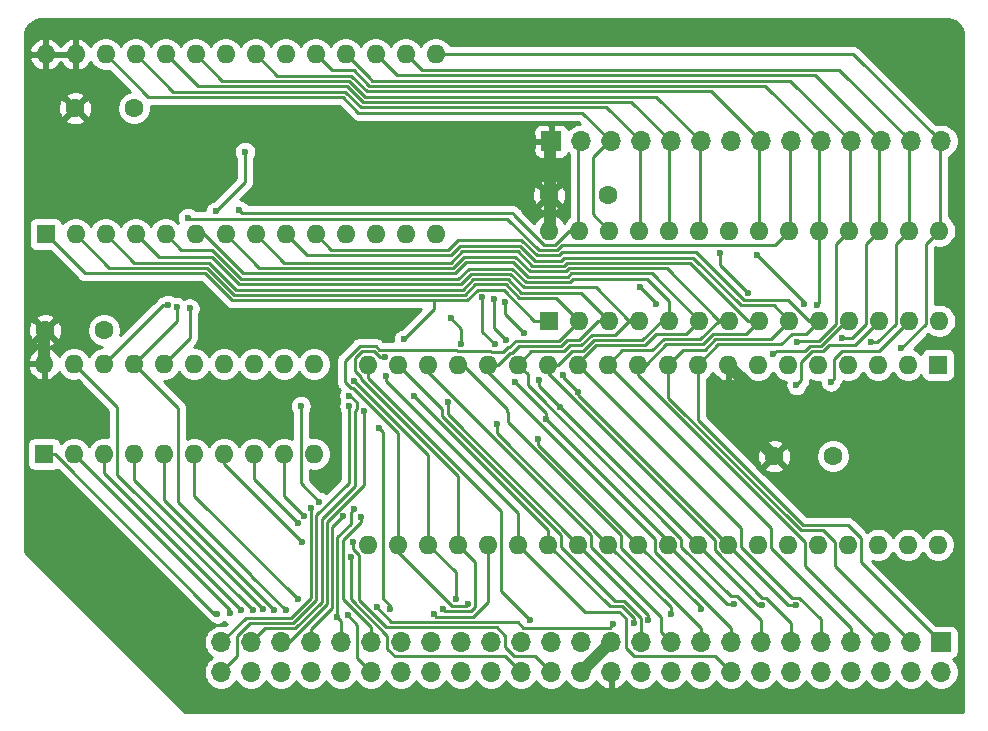
<source format=gbr>
G04 #@! TF.GenerationSoftware,KiCad,Pcbnew,(5.1.10-1-10_14)*
G04 #@! TF.CreationDate,2021-08-31T23:52:25+02:00*
G04 #@! TF.ProjectId,proc_board,70726f63-5f62-46f6-9172-642e6b696361,rev?*
G04 #@! TF.SameCoordinates,Original*
G04 #@! TF.FileFunction,Copper,L1,Top*
G04 #@! TF.FilePolarity,Positive*
%FSLAX46Y46*%
G04 Gerber Fmt 4.6, Leading zero omitted, Abs format (unit mm)*
G04 Created by KiCad (PCBNEW (5.1.10-1-10_14)) date 2021-08-31 23:52:25*
%MOMM*%
%LPD*%
G01*
G04 APERTURE LIST*
G04 #@! TA.AperFunction,ComponentPad*
%ADD10O,1.600000X1.600000*%
G04 #@! TD*
G04 #@! TA.AperFunction,ComponentPad*
%ADD11R,1.600000X1.600000*%
G04 #@! TD*
G04 #@! TA.AperFunction,ComponentPad*
%ADD12O,1.700000X1.700000*%
G04 #@! TD*
G04 #@! TA.AperFunction,ComponentPad*
%ADD13R,1.700000X1.700000*%
G04 #@! TD*
G04 #@! TA.AperFunction,ComponentPad*
%ADD14C,1.600000*%
G04 #@! TD*
G04 #@! TA.AperFunction,ViaPad*
%ADD15C,0.600000*%
G04 #@! TD*
G04 #@! TA.AperFunction,Conductor*
%ADD16C,0.250000*%
G04 #@! TD*
G04 #@! TA.AperFunction,Conductor*
%ADD17C,1.000000*%
G04 #@! TD*
G04 #@! TA.AperFunction,Conductor*
%ADD18C,0.254000*%
G04 #@! TD*
G04 #@! TA.AperFunction,Conductor*
%ADD19C,0.100000*%
G04 #@! TD*
G04 APERTURE END LIST*
D10*
G04 #@! TO.P,U4,28*
G04 #@! TO.N,+5V*
X2413000Y56388000D03*
G04 #@! TO.P,U4,14*
G04 #@! TO.N,GND*
X35433000Y41148000D03*
G04 #@! TO.P,U4,27*
G04 #@! TO.N,+5V*
X4953000Y56388000D03*
G04 #@! TO.P,U4,13*
G04 #@! TO.N,D2*
X32893000Y41148000D03*
G04 #@! TO.P,U4,26*
G04 #@! TO.N,A13*
X7493000Y56388000D03*
G04 #@! TO.P,U4,12*
G04 #@! TO.N,D1*
X30353000Y41148000D03*
G04 #@! TO.P,U4,25*
G04 #@! TO.N,A8*
X10033000Y56388000D03*
G04 #@! TO.P,U4,11*
G04 #@! TO.N,D0*
X27813000Y41148000D03*
G04 #@! TO.P,U4,24*
G04 #@! TO.N,A9*
X12573000Y56388000D03*
G04 #@! TO.P,U4,10*
G04 #@! TO.N,A0*
X25273000Y41148000D03*
G04 #@! TO.P,U4,23*
G04 #@! TO.N,A11*
X15113000Y56388000D03*
G04 #@! TO.P,U4,9*
G04 #@! TO.N,A1*
X22733000Y41148000D03*
G04 #@! TO.P,U4,22*
G04 #@! TO.N,~ROM_CS~*
X17653000Y56388000D03*
G04 #@! TO.P,U4,8*
G04 #@! TO.N,A2*
X20193000Y41148000D03*
G04 #@! TO.P,U4,21*
G04 #@! TO.N,A10*
X20193000Y56388000D03*
G04 #@! TO.P,U4,7*
G04 #@! TO.N,A3*
X17653000Y41148000D03*
G04 #@! TO.P,U4,20*
G04 #@! TO.N,GND*
X22733000Y56388000D03*
G04 #@! TO.P,U4,6*
G04 #@! TO.N,A4*
X15113000Y41148000D03*
G04 #@! TO.P,U4,19*
G04 #@! TO.N,D7*
X25273000Y56388000D03*
G04 #@! TO.P,U4,5*
G04 #@! TO.N,A5*
X12573000Y41148000D03*
G04 #@! TO.P,U4,18*
G04 #@! TO.N,D6*
X27813000Y56388000D03*
G04 #@! TO.P,U4,4*
G04 #@! TO.N,A6*
X10033000Y41148000D03*
G04 #@! TO.P,U4,17*
G04 #@! TO.N,D5*
X30353000Y56388000D03*
G04 #@! TO.P,U4,3*
G04 #@! TO.N,A7*
X7493000Y41148000D03*
G04 #@! TO.P,U4,16*
G04 #@! TO.N,D4*
X32893000Y56388000D03*
G04 #@! TO.P,U4,2*
G04 #@! TO.N,A12*
X4953000Y41148000D03*
G04 #@! TO.P,U4,15*
G04 #@! TO.N,D3*
X35433000Y56388000D03*
D11*
G04 #@! TO.P,U4,1*
G04 #@! TO.N,A14*
X2413000Y41148000D03*
G04 #@! TD*
D12*
G04 #@! TO.P,J2,14*
G04 #@! TO.N,D3*
X78232000Y49022000D03*
G04 #@! TO.P,J2,13*
G04 #@! TO.N,D4*
X75692000Y49022000D03*
G04 #@! TO.P,J2,12*
G04 #@! TO.N,D5*
X73152000Y49022000D03*
G04 #@! TO.P,J2,11*
G04 #@! TO.N,D6*
X70612000Y49022000D03*
G04 #@! TO.P,J2,10*
G04 #@! TO.N,D7*
X68072000Y49022000D03*
G04 #@! TO.P,J2,9*
G04 #@! TO.N,~RAM_CS~*
X65532000Y49022000D03*
G04 #@! TO.P,J2,8*
G04 #@! TO.N,A10*
X62992000Y49022000D03*
G04 #@! TO.P,J2,7*
G04 #@! TO.N,GND*
X60452000Y49022000D03*
G04 #@! TO.P,J2,6*
G04 #@! TO.N,A11*
X57912000Y49022000D03*
G04 #@! TO.P,J2,5*
G04 #@! TO.N,A9*
X55372000Y49022000D03*
G04 #@! TO.P,J2,4*
G04 #@! TO.N,A8*
X52832000Y49022000D03*
G04 #@! TO.P,J2,3*
G04 #@! TO.N,A13*
X50292000Y49022000D03*
G04 #@! TO.P,J2,2*
G04 #@! TO.N,~RAMW~*
X47752000Y49022000D03*
D13*
G04 #@! TO.P,J2,1*
G04 #@! TO.N,+5V*
X45212000Y49022000D03*
G04 #@! TD*
D14*
G04 #@! TO.P,C4,2*
G04 #@! TO.N,+5V*
X2366000Y33020000D03*
G04 #@! TO.P,C4,1*
G04 #@! TO.N,GND*
X7366000Y33020000D03*
G04 #@! TD*
G04 #@! TO.P,C3,2*
G04 #@! TO.N,+5V*
X64088000Y22352000D03*
G04 #@! TO.P,C3,1*
G04 #@! TO.N,GND*
X69088000Y22352000D03*
G04 #@! TD*
G04 #@! TO.P,C2,2*
G04 #@! TO.N,+5V*
X4906000Y51816000D03*
G04 #@! TO.P,C2,1*
G04 #@! TO.N,GND*
X9906000Y51816000D03*
G04 #@! TD*
G04 #@! TO.P,C1,2*
G04 #@! TO.N,+5V*
X45038000Y44450000D03*
G04 #@! TO.P,C1,1*
G04 #@! TO.N,GND*
X50038000Y44450000D03*
G04 #@! TD*
D10*
G04 #@! TO.P,U1,20*
G04 #@! TO.N,+5V*
X2286000Y30162500D03*
G04 #@! TO.P,U1,10*
G04 #@! TO.N,GND*
X25146000Y22542500D03*
G04 #@! TO.P,U1,19*
G04 #@! TO.N,~IRQ~*
X4826000Y30162500D03*
G04 #@! TO.P,U1,9*
G04 #@! TO.N,A15*
X22606000Y22542500D03*
G04 #@! TO.P,U1,18*
G04 #@! TO.N,~RAM_CS~*
X7366000Y30162500D03*
G04 #@! TO.P,U1,8*
G04 #@! TO.N,~SSEL~*
X20066000Y22542500D03*
G04 #@! TO.P,U1,17*
G04 #@! TO.N,~ROM_CS~*
X9906000Y30162500D03*
G04 #@! TO.P,U1,7*
G04 #@! TO.N,~INH~*
X17526000Y22542500D03*
G04 #@! TO.P,U1,16*
G04 #@! TO.N,~RAMW~*
X12446000Y30162500D03*
G04 #@! TO.P,U1,6*
G04 #@! TO.N,~IRQ5~*
X14986000Y22542500D03*
G04 #@! TO.P,U1,15*
G04 #@! TO.N,Net-(U1-Pad15)*
X14986000Y30162500D03*
G04 #@! TO.P,U1,5*
G04 #@! TO.N,~IRQ4~*
X12446000Y22542500D03*
G04 #@! TO.P,U1,14*
G04 #@! TO.N,Net-(U1-Pad14)*
X17526000Y30162500D03*
G04 #@! TO.P,U1,4*
G04 #@! TO.N,~IRQ3~*
X9906000Y22542500D03*
G04 #@! TO.P,U1,13*
G04 #@! TO.N,Net-(U1-Pad13)*
X20066000Y30162500D03*
G04 #@! TO.P,U1,3*
G04 #@! TO.N,~IRQ2~*
X7366000Y22542500D03*
G04 #@! TO.P,U1,12*
G04 #@! TO.N,Net-(U1-Pad12)*
X22606000Y30162500D03*
G04 #@! TO.P,U1,2*
G04 #@! TO.N,~IRQ1~*
X4826000Y22542500D03*
G04 #@! TO.P,U1,11*
G04 #@! TO.N,R~W~*
X25146000Y30162500D03*
D11*
G04 #@! TO.P,U1,1*
G04 #@! TO.N,CLK*
X2286000Y22542500D03*
G04 #@! TD*
D10*
G04 #@! TO.P,U3,28*
G04 #@! TO.N,+5V*
X45059001Y41453001D03*
G04 #@! TO.P,U3,14*
G04 #@! TO.N,GND*
X78079001Y33833001D03*
G04 #@! TO.P,U3,27*
G04 #@! TO.N,~RAMW~*
X47599001Y41453001D03*
G04 #@! TO.P,U3,13*
G04 #@! TO.N,D2*
X75539001Y33833001D03*
G04 #@! TO.P,U3,26*
G04 #@! TO.N,A13*
X50139001Y41453001D03*
G04 #@! TO.P,U3,12*
G04 #@! TO.N,D1*
X72999001Y33833001D03*
G04 #@! TO.P,U3,25*
G04 #@! TO.N,A8*
X52679001Y41453001D03*
G04 #@! TO.P,U3,11*
G04 #@! TO.N,D0*
X70459001Y33833001D03*
G04 #@! TO.P,U3,24*
G04 #@! TO.N,A9*
X55219001Y41453001D03*
G04 #@! TO.P,U3,10*
G04 #@! TO.N,A0*
X67919001Y33833001D03*
G04 #@! TO.P,U3,23*
G04 #@! TO.N,A11*
X57759001Y41453001D03*
G04 #@! TO.P,U3,9*
G04 #@! TO.N,A1*
X65379001Y33833001D03*
G04 #@! TO.P,U3,22*
G04 #@! TO.N,GND*
X60299001Y41453001D03*
G04 #@! TO.P,U3,8*
G04 #@! TO.N,A2*
X62839001Y33833001D03*
G04 #@! TO.P,U3,21*
G04 #@! TO.N,A10*
X62839001Y41453001D03*
G04 #@! TO.P,U3,7*
G04 #@! TO.N,A3*
X60299001Y33833001D03*
G04 #@! TO.P,U3,20*
G04 #@! TO.N,~RAM_CS~*
X65379001Y41453001D03*
G04 #@! TO.P,U3,6*
G04 #@! TO.N,A4*
X57759001Y33833001D03*
G04 #@! TO.P,U3,19*
G04 #@! TO.N,D7*
X67919001Y41453001D03*
G04 #@! TO.P,U3,5*
G04 #@! TO.N,A5*
X55219001Y33833001D03*
G04 #@! TO.P,U3,18*
G04 #@! TO.N,D6*
X70459001Y41453001D03*
G04 #@! TO.P,U3,4*
G04 #@! TO.N,A6*
X52679001Y33833001D03*
G04 #@! TO.P,U3,17*
G04 #@! TO.N,D5*
X72999001Y41453001D03*
G04 #@! TO.P,U3,3*
G04 #@! TO.N,A7*
X50139001Y33833001D03*
G04 #@! TO.P,U3,16*
G04 #@! TO.N,D4*
X75539001Y41453001D03*
G04 #@! TO.P,U3,2*
G04 #@! TO.N,A12*
X47599001Y33833001D03*
G04 #@! TO.P,U3,15*
G04 #@! TO.N,D3*
X78079001Y41453001D03*
D11*
G04 #@! TO.P,U3,1*
G04 #@! TO.N,A14*
X45059001Y33833001D03*
G04 #@! TD*
D10*
G04 #@! TO.P,U2,40*
G04 #@! TO.N,~RESET~*
X77978000Y14859000D03*
G04 #@! TO.P,U2,20*
G04 #@! TO.N,A11*
X29718000Y30099000D03*
G04 #@! TO.P,U2,39*
G04 #@! TO.N,Net-(U2-Pad39)*
X75438000Y14859000D03*
G04 #@! TO.P,U2,19*
G04 #@! TO.N,A10*
X32258000Y30099000D03*
G04 #@! TO.P,U2,38*
G04 #@! TO.N,Net-(U2-Pad38)*
X72898000Y14859000D03*
G04 #@! TO.P,U2,18*
G04 #@! TO.N,A9*
X34798000Y30099000D03*
G04 #@! TO.P,U2,37*
G04 #@! TO.N,CLK*
X70358000Y14859000D03*
G04 #@! TO.P,U2,17*
G04 #@! TO.N,A8*
X37338000Y30099000D03*
G04 #@! TO.P,U2,36*
G04 #@! TO.N,BE*
X67818000Y14859000D03*
G04 #@! TO.P,U2,16*
G04 #@! TO.N,A7*
X39878000Y30099000D03*
G04 #@! TO.P,U2,35*
G04 #@! TO.N,Net-(U2-Pad35)*
X65278000Y14859000D03*
G04 #@! TO.P,U2,15*
G04 #@! TO.N,A6*
X42418000Y30099000D03*
G04 #@! TO.P,U2,34*
G04 #@! TO.N,R~W~*
X62738000Y14859000D03*
G04 #@! TO.P,U2,14*
G04 #@! TO.N,A5*
X44958000Y30099000D03*
G04 #@! TO.P,U2,33*
G04 #@! TO.N,D0*
X60198000Y14859000D03*
G04 #@! TO.P,U2,13*
G04 #@! TO.N,A4*
X47498000Y30099000D03*
G04 #@! TO.P,U2,32*
G04 #@! TO.N,D1*
X57658000Y14859000D03*
G04 #@! TO.P,U2,12*
G04 #@! TO.N,A3*
X50038000Y30099000D03*
G04 #@! TO.P,U2,31*
G04 #@! TO.N,D2*
X55118000Y14859000D03*
G04 #@! TO.P,U2,11*
G04 #@! TO.N,A2*
X52578000Y30099000D03*
G04 #@! TO.P,U2,30*
G04 #@! TO.N,D3*
X52578000Y14859000D03*
G04 #@! TO.P,U2,10*
G04 #@! TO.N,A1*
X55118000Y30099000D03*
G04 #@! TO.P,U2,29*
G04 #@! TO.N,D4*
X50038000Y14859000D03*
G04 #@! TO.P,U2,9*
G04 #@! TO.N,A0*
X57658000Y30099000D03*
G04 #@! TO.P,U2,28*
G04 #@! TO.N,D5*
X47498000Y14859000D03*
G04 #@! TO.P,U2,8*
G04 #@! TO.N,+5V*
X60198000Y30099000D03*
G04 #@! TO.P,U2,27*
G04 #@! TO.N,D6*
X44958000Y14859000D03*
G04 #@! TO.P,U2,7*
G04 #@! TO.N,SYNC*
X62738000Y30099000D03*
G04 #@! TO.P,U2,26*
G04 #@! TO.N,D7*
X42418000Y14859000D03*
G04 #@! TO.P,U2,6*
G04 #@! TO.N,~NMI~*
X65278000Y30099000D03*
G04 #@! TO.P,U2,25*
G04 #@! TO.N,A15*
X39878000Y14859000D03*
G04 #@! TO.P,U2,5*
G04 #@! TO.N,Net-(U2-Pad5)*
X67818000Y30099000D03*
G04 #@! TO.P,U2,24*
G04 #@! TO.N,A14*
X37338000Y14859000D03*
G04 #@! TO.P,U2,4*
G04 #@! TO.N,~IRQ~*
X70358000Y30099000D03*
G04 #@! TO.P,U2,23*
G04 #@! TO.N,A13*
X34798000Y14859000D03*
G04 #@! TO.P,U2,3*
G04 #@! TO.N,Net-(U2-Pad3)*
X72898000Y30099000D03*
G04 #@! TO.P,U2,22*
G04 #@! TO.N,A12*
X32258000Y14859000D03*
G04 #@! TO.P,U2,2*
G04 #@! TO.N,RDY*
X75438000Y30099000D03*
G04 #@! TO.P,U2,21*
G04 #@! TO.N,GND*
X29718000Y14859000D03*
D11*
G04 #@! TO.P,U2,1*
G04 #@! TO.N,Net-(U2-Pad1)*
X77978000Y30099000D03*
G04 #@! TD*
D12*
G04 #@! TO.P,J1,50*
G04 #@! TO.N,~NMI~*
X17272000Y4064000D03*
G04 #@! TO.P,J1,49*
G04 #@! TO.N,~RESET~*
X17272000Y6604000D03*
G04 #@! TO.P,J1,48*
G04 #@! TO.N,~IRQ1~*
X19812000Y4064000D03*
G04 #@! TO.P,J1,47*
G04 #@! TO.N,SYNC*
X19812000Y6604000D03*
G04 #@! TO.P,J1,46*
G04 #@! TO.N,~IRQ2~*
X22352000Y4064000D03*
G04 #@! TO.P,J1,45*
G04 #@! TO.N,~IRQ~*
X22352000Y6604000D03*
G04 #@! TO.P,J1,44*
G04 #@! TO.N,~IRQ3~*
X24892000Y4064000D03*
G04 #@! TO.P,J1,43*
G04 #@! TO.N,R~W~*
X24892000Y6604000D03*
G04 #@! TO.P,J1,42*
G04 #@! TO.N,~IRQ4~*
X27432000Y4064000D03*
G04 #@! TO.P,J1,41*
G04 #@! TO.N,CLK*
X27432000Y6604000D03*
G04 #@! TO.P,J1,40*
G04 #@! TO.N,~IRQ5~*
X29972000Y4064000D03*
G04 #@! TO.P,J1,39*
G04 #@! TO.N,BE*
X29972000Y6604000D03*
G04 #@! TO.P,J1,38*
G04 #@! TO.N,LED3*
X32512000Y4064000D03*
G04 #@! TO.P,J1,37*
G04 #@! TO.N,RDY*
X32512000Y6604000D03*
G04 #@! TO.P,J1,36*
G04 #@! TO.N,LED2*
X35052000Y4064000D03*
G04 #@! TO.P,J1,35*
G04 #@! TO.N,A15*
X35052000Y6604000D03*
G04 #@! TO.P,J1,34*
G04 #@! TO.N,LED1*
X37592000Y4064000D03*
G04 #@! TO.P,J1,33*
G04 #@! TO.N,A14*
X37592000Y6604000D03*
G04 #@! TO.P,J1,32*
G04 #@! TO.N,Net-(J1-Pad32)*
X40132000Y4064000D03*
G04 #@! TO.P,J1,31*
G04 #@! TO.N,A13*
X40132000Y6604000D03*
G04 #@! TO.P,J1,30*
G04 #@! TO.N,~INH~*
X42672000Y4064000D03*
G04 #@! TO.P,J1,29*
G04 #@! TO.N,A12*
X42672000Y6604000D03*
G04 #@! TO.P,J1,28*
G04 #@! TO.N,~SSEL~*
X45212000Y4064000D03*
G04 #@! TO.P,J1,27*
G04 #@! TO.N,A11*
X45212000Y6604000D03*
G04 #@! TO.P,J1,26*
G04 #@! TO.N,GND*
X47752000Y4064000D03*
G04 #@! TO.P,J1,25*
G04 #@! TO.N,+5V*
X47752000Y6604000D03*
G04 #@! TO.P,J1,24*
X50292000Y4064000D03*
G04 #@! TO.P,J1,23*
G04 #@! TO.N,GND*
X50292000Y6604000D03*
G04 #@! TO.P,J1,22*
G04 #@! TO.N,~ROM_CS~*
X52832000Y4064000D03*
G04 #@! TO.P,J1,21*
G04 #@! TO.N,A10*
X52832000Y6604000D03*
G04 #@! TO.P,J1,20*
G04 #@! TO.N,EX1*
X55372000Y4064000D03*
G04 #@! TO.P,J1,19*
G04 #@! TO.N,A9*
X55372000Y6604000D03*
G04 #@! TO.P,J1,18*
G04 #@! TO.N,EX0*
X57912000Y4064000D03*
G04 #@! TO.P,J1,17*
G04 #@! TO.N,A8*
X57912000Y6604000D03*
G04 #@! TO.P,J1,16*
G04 #@! TO.N,D7*
X60452000Y4064000D03*
G04 #@! TO.P,J1,15*
G04 #@! TO.N,A7*
X60452000Y6604000D03*
G04 #@! TO.P,J1,14*
G04 #@! TO.N,D6*
X62992000Y4064000D03*
G04 #@! TO.P,J1,13*
G04 #@! TO.N,A6*
X62992000Y6604000D03*
G04 #@! TO.P,J1,12*
G04 #@! TO.N,D5*
X65532000Y4064000D03*
G04 #@! TO.P,J1,11*
G04 #@! TO.N,A5*
X65532000Y6604000D03*
G04 #@! TO.P,J1,10*
G04 #@! TO.N,D4*
X68072000Y4064000D03*
G04 #@! TO.P,J1,9*
G04 #@! TO.N,A4*
X68072000Y6604000D03*
G04 #@! TO.P,J1,8*
G04 #@! TO.N,D3*
X70612000Y4064000D03*
G04 #@! TO.P,J1,7*
G04 #@! TO.N,A3*
X70612000Y6604000D03*
G04 #@! TO.P,J1,6*
G04 #@! TO.N,D2*
X73152000Y4064000D03*
G04 #@! TO.P,J1,5*
G04 #@! TO.N,A2*
X73152000Y6604000D03*
G04 #@! TO.P,J1,4*
G04 #@! TO.N,D1*
X75692000Y4064000D03*
G04 #@! TO.P,J1,3*
G04 #@! TO.N,A1*
X75692000Y6604000D03*
G04 #@! TO.P,J1,2*
G04 #@! TO.N,D0*
X78232000Y4064000D03*
D13*
G04 #@! TO.P,J1,1*
G04 #@! TO.N,A0*
X78232000Y6604000D03*
G04 #@! TD*
D15*
G04 #@! TO.N,RDY*
X30673052Y24704050D03*
X31559500Y9398000D03*
G04 #@! TO.N,A15*
X24255968Y17323484D03*
X35306000Y8953500D03*
G04 #@! TO.N,A14*
X32766000Y32258000D03*
X31115000Y30734000D03*
X36071011Y9398008D03*
G04 #@! TO.N,A13*
X37147500Y10287000D03*
X28520490Y28727466D03*
G04 #@! TO.N,A12*
X38163500Y9842500D03*
G04 #@! TO.N,A11*
X61849000Y36195000D03*
X59499500Y39560500D03*
X43434000Y8509000D03*
G04 #@! TO.N,A10*
X66603677Y35205715D03*
X62611000Y39370000D03*
G04 #@! TO.N,A9*
X36703000Y34036000D03*
X37592000Y31875968D03*
G04 #@! TO.N,A8*
X52705000Y36703000D03*
X54102000Y35246979D03*
G04 #@! TO.N,D7*
X67691000Y35179000D03*
X31231271Y29142021D03*
G04 #@! TO.N,D6*
X52197000Y8255000D03*
X66040000Y32004000D03*
X33626133Y27430968D03*
G04 #@! TO.N,D5*
X53447012Y8461966D03*
X69850000Y32385000D03*
X36449000Y26924000D03*
G04 #@! TO.N,D4*
X55334746Y8949021D03*
X72263000Y32004000D03*
X40596181Y25060867D03*
G04 #@! TO.N,D3*
X57874803Y9399032D03*
X74867002Y31496000D03*
X44130565Y23836061D03*
G04 #@! TO.N,D2*
X60700424Y9849043D03*
X68899944Y28646046D03*
X40453434Y31816434D03*
X39373794Y35810197D03*
X42175584Y28627324D03*
X44778137Y25514946D03*
G04 #@! TO.N,D1*
X63083943Y9754044D03*
X65990503Y28373265D03*
X44196000Y28829000D03*
X45976821Y26530948D03*
X40386000Y35687000D03*
X41373905Y32182941D03*
G04 #@! TO.N,D0*
X65921393Y9754044D03*
X64008000Y30988000D03*
X47484970Y27802251D03*
X46228000Y29210000D03*
X42944272Y32747728D03*
X41275000Y35433000D03*
G04 #@! TO.N,CLK*
X28511500Y17843500D03*
X16954500Y9017000D03*
X27117051Y8709490D03*
G04 #@! TO.N,BE*
X29082998Y17208500D03*
G04 #@! TO.N,SYNC*
X28120510Y27485502D03*
G04 #@! TO.N,R~W~*
X27622500Y17272000D03*
X25590500Y18478500D03*
X24020999Y26606498D03*
G04 #@! TO.N,~INH~*
X24130000Y15049500D03*
X28261864Y13789311D03*
G04 #@! TO.N,~NMI~*
X28120510Y26614035D03*
G04 #@! TO.N,~RESET~*
X24845624Y17964617D03*
G04 #@! TO.N,~IRQ1~*
X18034000Y9080500D03*
G04 #@! TO.N,~IRQ~*
X19939000Y9334502D03*
X29346064Y26140898D03*
G04 #@! TO.N,~IRQ2~*
X18986500Y9334500D03*
G04 #@! TO.N,~IRQ3~*
X20828000Y9398000D03*
G04 #@! TO.N,~SSEL~*
X28445874Y15126817D03*
X23748481Y16705037D03*
G04 #@! TO.N,~ROM_CS~*
X19304000Y48133000D03*
X16824054Y43098020D03*
X13555168Y34974655D03*
X22809183Y9316716D03*
X50482500Y8128000D03*
X30447110Y9555610D03*
G04 #@! TO.N,~RAM_CS~*
X14478000Y42545000D03*
X12763500Y35179000D03*
G04 #@! TO.N,~RAMW~*
X18796000Y43180000D03*
X14605000Y34861500D03*
G04 #@! TO.N,~IRQ4~*
X21746199Y9363699D03*
G04 #@! TO.N,~IRQ5~*
X28003500Y8890000D03*
X23749000Y10223500D03*
G04 #@! TD*
D16*
G04 #@! TO.N,RDY*
X30988000Y24389102D02*
X30988000Y10287000D01*
X30673052Y24704050D02*
X30988000Y24389102D01*
X31559500Y9715500D02*
X31559500Y9398000D01*
X30988000Y10287000D02*
X31559500Y9715500D01*
G04 #@! TO.N,A15*
X22606000Y22542500D02*
X22606000Y18973452D01*
X22606000Y18973452D02*
X24255968Y17323484D01*
X35497523Y8761977D02*
X35306000Y8953500D01*
X39878000Y9995587D02*
X38644390Y8761977D01*
X38644390Y8761977D02*
X35497523Y8761977D01*
X39878000Y14859000D02*
X39878000Y9995587D01*
G04 #@! TO.N,A14*
X32766000Y32258000D02*
X32766000Y32258000D01*
X35306000Y34798000D02*
X32766000Y32258000D01*
X38984645Y36439001D02*
X38105644Y35560000D01*
X43800001Y33833001D02*
X41194001Y36439001D01*
X41194001Y36439001D02*
X38984645Y36439001D01*
X45059001Y33833001D02*
X43800001Y33833001D01*
X35306000Y34798000D02*
X35306000Y35560000D01*
X38105644Y35560000D02*
X35306000Y35560000D01*
X5715000Y37846000D02*
X2413000Y41148000D01*
X15911002Y37846000D02*
X5715000Y37846000D01*
X18197002Y35560000D02*
X15911002Y37846000D01*
X35306000Y35560000D02*
X18197002Y35560000D01*
X31115000Y30734000D02*
X30690736Y30734000D01*
X29144996Y29024407D02*
X29144996Y28894004D01*
X30690736Y30734000D02*
X30182736Y31242000D01*
X28592999Y29576404D02*
X29144996Y29024407D01*
X30182736Y31242000D02*
X29210000Y31242000D01*
X29210000Y31242000D02*
X28592999Y30624999D01*
X28592999Y30624999D02*
X28592999Y29576404D01*
X29144996Y28894004D02*
X37338000Y20701000D01*
X37338000Y20701000D02*
X37338000Y14859000D01*
X38788501Y9542499D02*
X38457990Y9211988D01*
X36257031Y9211988D02*
X36071011Y9398008D01*
X38457990Y9211988D02*
X36257031Y9211988D01*
X38788501Y13408499D02*
X38788501Y9542499D01*
X37338000Y14859000D02*
X38788501Y13408499D01*
G04 #@! TO.N,A13*
X34798000Y14859000D02*
X37147500Y12509500D01*
X37147500Y12509500D02*
X37147500Y10287000D01*
X34798000Y22449956D02*
X28520490Y28727466D01*
X34798000Y14859000D02*
X34798000Y22449956D01*
X11112500Y52768500D02*
X7493000Y56388000D01*
X47815500Y51435000D02*
X28892500Y51435000D01*
X50165000Y49085500D02*
X47815500Y51435000D01*
X48768000Y47688500D02*
X50165000Y49085500D01*
X27559000Y52768500D02*
X11112500Y52768500D01*
X48768000Y42824002D02*
X48768000Y47688500D01*
X28892500Y51435000D02*
X27559000Y52768500D01*
X50139001Y41453001D02*
X48768000Y42824002D01*
G04 #@! TO.N,A12*
X45673112Y35758890D02*
X42510523Y35758890D01*
X18383402Y36010011D02*
X16097402Y38296011D01*
X42510523Y35758890D02*
X41380401Y36889012D01*
X47599001Y33833001D02*
X45673112Y35758890D01*
X37919244Y36010011D02*
X18383402Y36010011D01*
X7804989Y38296011D02*
X4953000Y41148000D01*
X16097402Y38296011D02*
X7804989Y38296011D01*
X41380401Y36889012D02*
X38798245Y36889012D01*
X38798245Y36889012D02*
X37919244Y36010011D01*
X37982999Y9661999D02*
X38163500Y9842500D01*
X32258000Y14859000D02*
X32258000Y14251498D01*
X36847499Y9661999D02*
X37982999Y9661999D01*
X32258000Y14251498D02*
X36847499Y9661999D01*
X41159676Y31191424D02*
X40152967Y31191424D01*
X30369136Y31692011D02*
X29023600Y31692011D01*
X42216305Y32122726D02*
X41669781Y31576202D01*
X47599001Y33833001D02*
X45897000Y32131000D01*
X32258000Y24273016D02*
X32258000Y14859000D01*
X45897000Y32131000D02*
X43252548Y32131000D01*
X41669781Y31576202D02*
X41544454Y31576202D01*
X43244274Y32122726D02*
X42216305Y32122726D01*
X41544454Y31576202D02*
X41159676Y31191424D01*
X40152967Y31191424D02*
X40093425Y31250966D01*
X40093425Y31250966D02*
X37291998Y31250966D01*
X37291998Y31250966D02*
X37164998Y31377966D01*
X30683181Y31377966D02*
X30369136Y31692011D01*
X27755011Y28605491D02*
X28249998Y28110504D01*
X28249998Y28110504D02*
X28420512Y28110504D01*
X27755011Y30423422D02*
X27755011Y28605491D01*
X29023600Y31692011D02*
X27755011Y30423422D01*
X43252548Y32131000D02*
X43244274Y32122726D01*
X28420512Y28110504D02*
X32258000Y24273016D01*
X37164998Y31377966D02*
X30683181Y31377966D01*
G04 #@! TO.N,A11*
X59499500Y38544500D02*
X59499500Y39560500D01*
X61849000Y36195000D02*
X59499500Y38544500D01*
X29718000Y28957410D02*
X41003001Y17672409D01*
X29718000Y30099000D02*
X29718000Y28957410D01*
X41003001Y17672409D02*
X41003001Y10939999D01*
X41003001Y10939999D02*
X43434000Y8509000D01*
X54085467Y52785033D02*
X57785000Y49085500D01*
X28118200Y54118533D02*
X29451700Y52785033D01*
X29451700Y52785033D02*
X54085467Y52785033D01*
X17382467Y54118533D02*
X28118200Y54118533D01*
X15113000Y56388000D02*
X17382467Y54118533D01*
X57785000Y41479000D02*
X57759001Y41453001D01*
X57785000Y49085500D02*
X57785000Y41479000D01*
D17*
G04 #@! TO.N,GND*
X50292000Y6604000D02*
X47752000Y4064000D01*
G04 #@! TO.N,+5V*
X45121500Y41515500D02*
X45059001Y41453001D01*
X45121500Y44196000D02*
X45121500Y41515500D01*
X45059001Y44258499D02*
X45121500Y44196000D01*
X2322500Y30199000D02*
X2286000Y30162500D01*
X2322500Y33083500D02*
X2322500Y30199000D01*
X45121500Y49049000D02*
X45085000Y49085500D01*
X45121500Y44196000D02*
X45121500Y49049000D01*
X62103000Y28194000D02*
X60198000Y30099000D01*
X62103000Y24337000D02*
X62103000Y28194000D01*
X64088000Y22352000D02*
X62103000Y24337000D01*
D16*
G04 #@! TO.N,A10*
X62611000Y39370000D02*
X66603677Y35377323D01*
X66603677Y35377323D02*
X66603677Y35205715D01*
X35998989Y25721600D02*
X35998989Y26358011D01*
X46083001Y14659001D02*
X46083001Y15637589D01*
X50645502Y10096500D02*
X46083001Y14659001D01*
X52822002Y8645998D02*
X51371500Y10096500D01*
X52832000Y6604000D02*
X52822002Y6613998D01*
X35998989Y26358011D02*
X32258000Y30099000D01*
X52822002Y6613998D02*
X52822002Y8645998D01*
X46083001Y15637589D02*
X35998989Y25721600D01*
X51371500Y10096500D02*
X50645502Y10096500D01*
X29638099Y53235044D02*
X58715456Y53235044D01*
X28304600Y54568544D02*
X29638099Y53235044D01*
X22012456Y54568544D02*
X28304600Y54568544D01*
X58715456Y53235044D02*
X62865000Y49085500D01*
X20193000Y56388000D02*
X22012456Y54568544D01*
X62839001Y49059501D02*
X62865000Y49085500D01*
X62839001Y41453001D02*
X62839001Y49059501D01*
G04 #@! TO.N,A9*
X37592000Y31875968D02*
X37592000Y33147000D01*
X37592000Y33147000D02*
X36703000Y34036000D01*
X48623001Y15637589D02*
X34798000Y29462590D01*
X54522001Y8765645D02*
X48623001Y14664645D01*
X34798000Y29462590D02*
X34798000Y30099000D01*
X48623001Y14664645D02*
X48623001Y15637589D01*
X54522001Y7453999D02*
X54522001Y8765645D01*
X55372000Y6604000D02*
X54522001Y7453999D01*
X51995478Y52335022D02*
X55245000Y49085500D01*
X29265300Y52335022D02*
X51995478Y52335022D01*
X27931800Y53668522D02*
X29265300Y52335022D01*
X15292478Y53668522D02*
X27931800Y53668522D01*
X12573000Y56388000D02*
X15292478Y53668522D01*
X55219001Y49059501D02*
X55245000Y49085500D01*
X55219001Y41453001D02*
X55219001Y49059501D01*
G04 #@! TO.N,A8*
X41532566Y26066829D02*
X41532566Y25268024D01*
X57912000Y7806081D02*
X57912000Y6604000D01*
X51163001Y14555080D02*
X57912000Y7806081D01*
X37747565Y30099000D02*
X41511387Y26335178D01*
X51163001Y15637589D02*
X51163001Y14555080D01*
X41511387Y26088008D02*
X41532566Y26066829D01*
X41532566Y25268024D02*
X51163001Y15637589D01*
X41511387Y26335178D02*
X41511387Y26088008D01*
X37338000Y30099000D02*
X37747565Y30099000D01*
X52705000Y36703000D02*
X52705000Y36703000D01*
X52705000Y36703000D02*
X54102000Y35306000D01*
X54102000Y35306000D02*
X54102000Y35246979D01*
X49905489Y51885011D02*
X52705000Y49085500D01*
X29078899Y51885011D02*
X49905489Y51885011D01*
X27745400Y53218511D02*
X29078899Y51885011D01*
X13202489Y53218511D02*
X27745400Y53218511D01*
X10033000Y56388000D02*
X13202489Y53218511D01*
X52705000Y41479000D02*
X52679001Y41453001D01*
X52705000Y49085500D02*
X52705000Y41479000D01*
G04 #@! TO.N,D7*
X67919001Y41453001D02*
X67919001Y35407001D01*
X67919001Y35407001D02*
X67691000Y35179000D01*
X31231271Y28717757D02*
X31231271Y29142021D01*
X42418000Y17531028D02*
X31231271Y28717757D01*
X42418000Y14859000D02*
X42418000Y17531028D01*
X50998702Y9196478D02*
X51562000Y8633180D01*
X42418000Y14859000D02*
X48080522Y9196478D01*
X52267999Y5428999D02*
X59087001Y5428999D01*
X51562000Y8633180D02*
X51562000Y6134998D01*
X51562000Y6134998D02*
X52267999Y5428999D01*
X48080522Y9196478D02*
X50998702Y9196478D01*
X59087001Y5428999D02*
X60452000Y4064000D01*
X29824500Y53685055D02*
X63345445Y53685055D01*
X63345445Y53685055D02*
X67945000Y49085500D01*
X28491000Y55018555D02*
X29824500Y53685055D01*
X26642445Y55018555D02*
X28491000Y55018555D01*
X25273000Y56388000D02*
X26642445Y55018555D01*
X67919001Y49059501D02*
X67945000Y49085500D01*
X67919001Y41453001D02*
X67919001Y49059501D01*
G04 #@! TO.N,A7*
X46083400Y31680989D02*
X46591400Y32188989D01*
X41730854Y31126191D02*
X41911346Y31126191D01*
X39878000Y30099000D02*
X40703663Y30099000D01*
X40703663Y30099000D02*
X41730854Y31126191D01*
X41911346Y31126191D02*
X42457870Y31672715D01*
X46591400Y32188989D02*
X47551757Y32188989D01*
X47551757Y32188989D02*
X49195769Y33833001D01*
X49195769Y33833001D02*
X50139001Y33833001D01*
X43438948Y31680989D02*
X46083400Y31680989D01*
X43430674Y31672715D02*
X43438948Y31680989D01*
X42457870Y31672715D02*
X43430674Y31672715D01*
X60452000Y7806081D02*
X53992999Y14265082D01*
X53992999Y14265082D02*
X53992999Y15375080D01*
X53992999Y15375080D02*
X39878000Y29490079D01*
X39878000Y29490079D02*
X39878000Y30099000D01*
X60452000Y6604000D02*
X60452000Y7806081D01*
X47763101Y36208901D02*
X50139001Y33833001D01*
X7493000Y41148000D02*
X9894978Y38746022D01*
X42696923Y36208901D02*
X47763101Y36208901D01*
X18569802Y36460022D02*
X37732844Y36460022D01*
X37732844Y36460022D02*
X38611844Y37339023D01*
X41566801Y37339023D02*
X42696923Y36208901D01*
X16283802Y38746022D02*
X18569802Y36460022D01*
X9894978Y38746022D02*
X16283802Y38746022D01*
X38611844Y37339023D02*
X41566801Y37339023D01*
G04 #@! TO.N,D6*
X66040000Y32004000D02*
X66040000Y32004000D01*
X44958000Y16099101D02*
X33626133Y27430968D01*
X44958000Y14859000D02*
X44958000Y16099101D01*
X67882002Y32131000D02*
X66167000Y32131000D01*
X69334000Y40328000D02*
X69334000Y33582998D01*
X66167000Y32131000D02*
X66040000Y32004000D01*
X69334000Y33582998D02*
X67882002Y32131000D01*
X70459001Y41453001D02*
X69334000Y40328000D01*
X29902989Y54298011D02*
X29781500Y54419500D01*
X29781500Y54419500D02*
X27813000Y56388000D01*
X51185101Y9646489D02*
X52197000Y8634590D01*
X52197000Y8634590D02*
X52197000Y8255000D01*
X50170511Y9646489D02*
X51185101Y9646489D01*
X44958000Y14859000D02*
X50170511Y9646489D01*
X30065934Y54135066D02*
X65435434Y54135066D01*
X65435434Y54135066D02*
X70485000Y49085500D01*
X29781500Y54419500D02*
X30065934Y54135066D01*
X70485000Y41479000D02*
X70459001Y41453001D01*
X70485000Y49085500D02*
X70485000Y41479000D01*
G04 #@! TO.N,A6*
X52679001Y33833001D02*
X51804003Y33833001D01*
X60427089Y10474045D02*
X60996469Y10474045D01*
X42418000Y30099000D02*
X43217999Y29299001D01*
X43217999Y28379098D02*
X56243001Y15354096D01*
X60996469Y10474045D02*
X62992000Y8478514D01*
X43217999Y29299001D02*
X43217999Y28379098D01*
X56243001Y15354096D02*
X56243001Y14658133D01*
X62992000Y8478514D02*
X62992000Y6604000D01*
X56243001Y14658133D02*
X60427089Y10474045D01*
X48649200Y32650022D02*
X47738157Y31738978D01*
X46777800Y31738978D02*
X46269800Y31230978D01*
X47738157Y31738978D02*
X46777800Y31738978D01*
X51804003Y33833001D02*
X50621024Y32650022D01*
X43549978Y31230978D02*
X42418000Y30099000D01*
X50621024Y32650022D02*
X48649200Y32650022D01*
X46269800Y31230978D02*
X43549978Y31230978D01*
X48978092Y36658912D02*
X51804003Y33833001D01*
X42883323Y36658912D02*
X48978092Y36658912D01*
X37546444Y36910033D02*
X38425445Y37789034D01*
X16470202Y39196033D02*
X18756202Y36910033D01*
X38425445Y37789034D02*
X41753201Y37789034D01*
X11984967Y39196033D02*
X16470202Y39196033D01*
X41753201Y37789034D02*
X42883323Y36658912D01*
X10033000Y41148000D02*
X11984967Y39196033D01*
X18756202Y36910033D02*
X37546444Y36910033D01*
G04 #@! TO.N,D5*
X71874000Y33582998D02*
X70676002Y32385000D01*
X71874000Y40328000D02*
X71874000Y33582998D01*
X70676002Y32385000D02*
X69850000Y32385000D01*
X72999001Y41453001D02*
X71874000Y40328000D01*
X69850000Y32385000D02*
X69850000Y32385000D01*
X36449000Y25908000D02*
X47498000Y14859000D01*
X36449000Y26924000D02*
X36449000Y25908000D01*
X53447012Y8909988D02*
X53447012Y8461966D01*
X47498000Y14859000D02*
X53447012Y8909988D01*
X67525423Y54585077D02*
X73025000Y49085500D01*
X32155923Y54585077D02*
X67525423Y54585077D01*
X30353000Y56388000D02*
X32155923Y54585077D01*
X72999001Y49059501D02*
X73025000Y49085500D01*
X72999001Y41453001D02*
X72999001Y49059501D01*
G04 #@! TO.N,A5*
X63062086Y10379046D02*
X59072999Y14368133D01*
X59072999Y15292308D02*
X44958000Y29407307D01*
X65532000Y6604000D02*
X65532000Y8230991D01*
X44958000Y29407307D02*
X44958000Y30099000D01*
X65532000Y8230991D02*
X63383945Y10379046D01*
X59072999Y14368133D02*
X59072999Y15292308D01*
X63383945Y10379046D02*
X63062086Y10379046D01*
X55219001Y33833001D02*
X54574008Y33833001D01*
X52941019Y32200012D02*
X48835601Y32200011D01*
X47924557Y31288967D02*
X46964200Y31288967D01*
X54574008Y33833001D02*
X52941019Y32200012D01*
X45774233Y30099000D02*
X44958000Y30099000D01*
X48835601Y32200011D02*
X47924557Y31288967D01*
X46964200Y31288967D02*
X45774233Y30099000D01*
X18538278Y37764368D02*
X18245323Y38057323D01*
X16467323Y39835323D02*
X18245323Y38057323D01*
X16454990Y39822990D02*
X16467323Y39835323D01*
X13898010Y39822990D02*
X16454990Y39822990D01*
X12573000Y41148000D02*
X13898010Y39822990D01*
X43069723Y37108923D02*
X41939601Y38239045D01*
X47094313Y37368434D02*
X46834802Y37108923D01*
X46834802Y37108923D02*
X43069723Y37108923D01*
X37360044Y37360044D02*
X18942602Y37360044D01*
X41939601Y38239045D02*
X38239044Y38239045D01*
X55219001Y35458999D02*
X53309566Y37368434D01*
X53309566Y37368434D02*
X47094313Y37368434D01*
X18942602Y37360044D02*
X18245323Y38057323D01*
X55219001Y33833001D02*
X55219001Y35458999D01*
X38239044Y38239045D02*
X37360044Y37360044D01*
G04 #@! TO.N,D4*
X74414000Y33582998D02*
X72835002Y32004000D01*
X74414000Y40328000D02*
X74414000Y33582998D01*
X75539001Y41453001D02*
X74414000Y40328000D01*
X72835002Y32004000D02*
X72263000Y32004000D01*
X72263000Y32004000D02*
X72263000Y32004000D01*
X50038000Y14859000D02*
X40596181Y24300819D01*
X40596181Y24300819D02*
X40596181Y25060867D01*
X32893000Y56388000D02*
X33845500Y55435500D01*
X33845500Y55435500D02*
X34018001Y55262999D01*
X50038000Y14859000D02*
X55334746Y9562254D01*
X55334746Y9562254D02*
X55334746Y8949021D01*
X69615412Y55035088D02*
X75565000Y49085500D01*
X34245912Y55035088D02*
X69615412Y55035088D01*
X33845500Y55435500D02*
X34245912Y55035088D01*
X75539001Y49059501D02*
X75565000Y49085500D01*
X75539001Y41453001D02*
X75539001Y49059501D01*
G04 #@! TO.N,A4*
X65621391Y10379046D02*
X66221395Y10379046D01*
X61323001Y16273999D02*
X61323001Y14677436D01*
X61323001Y14677436D02*
X65621391Y10379046D01*
X66221395Y10379046D02*
X68072000Y8528441D01*
X68072000Y8528441D02*
X68072000Y6604000D01*
X47498000Y30099000D02*
X61323001Y16273999D01*
X56634000Y32708000D02*
X57759001Y33833001D01*
X54085417Y32708000D02*
X56634000Y32708000D01*
X49022001Y31750001D02*
X53127418Y31750001D01*
X53127418Y31750001D02*
X54085417Y32708000D01*
X47498000Y30226000D02*
X49022001Y31750001D01*
X47498000Y30099000D02*
X47498000Y30226000D01*
X43256123Y37558934D02*
X46648402Y37558934D01*
X15113000Y41148000D02*
X15791057Y41148000D01*
X46907913Y37818445D02*
X53773557Y37818445D01*
X46648402Y37558934D02*
X46907913Y37818445D01*
X15791057Y41148000D02*
X19093057Y37846000D01*
X37089642Y37846000D02*
X38047651Y38804009D01*
X53773557Y37818445D02*
X57759001Y33833001D01*
X38047651Y38804009D02*
X42011048Y38804009D01*
X42011048Y38804009D02*
X43256123Y37558934D01*
X19093057Y37846000D02*
X37089642Y37846000D01*
G04 #@! TO.N,D3*
X52578000Y14859000D02*
X57874803Y9562197D01*
X57874803Y9562197D02*
X57874803Y9399032D01*
X76954000Y40328000D02*
X76954000Y33582998D01*
X76954000Y33582998D02*
X74867002Y31496000D01*
X78079001Y41453001D02*
X76954000Y40328000D01*
X74867002Y31496000D02*
X74867002Y31496000D01*
X44130565Y23306435D02*
X44130565Y23836061D01*
X52578000Y14859000D02*
X44130565Y23306435D01*
X70802500Y56388000D02*
X78105000Y49085500D01*
X35433000Y56388000D02*
X70802500Y56388000D01*
X78105000Y41479000D02*
X78079001Y41453001D01*
X78105000Y49085500D02*
X78105000Y41479000D01*
G04 #@! TO.N,A3*
X70612000Y6604000D02*
X70612000Y7806081D01*
X63863001Y16273999D02*
X50038000Y30099000D01*
X70612000Y7806081D02*
X63863001Y14555080D01*
X63863001Y14555080D02*
X63863001Y16273999D01*
X60299001Y33833001D02*
X59424003Y33833001D01*
X51238990Y31299990D02*
X50038000Y30099000D01*
X53791401Y31299990D02*
X51238990Y31299990D01*
X59424003Y33833001D02*
X57848991Y32257989D01*
X57848991Y32257989D02*
X54749400Y32257989D01*
X54749400Y32257989D02*
X53791401Y31299990D01*
X46462002Y38008945D02*
X46721513Y38268456D01*
X36903242Y38296011D02*
X37861251Y39254020D01*
X42197448Y39254020D02*
X43442523Y38008945D01*
X17653000Y41148000D02*
X20504989Y38296011D01*
X37861251Y39254020D02*
X42197448Y39254020D01*
X43442523Y38008945D02*
X46462002Y38008945D01*
X46721513Y38268456D02*
X54988548Y38268456D01*
X54988548Y38268456D02*
X59424003Y33833001D01*
X20504989Y38296011D02*
X36903242Y38296011D01*
G04 #@! TO.N,D2*
X60127957Y9849043D02*
X60700424Y9849043D01*
X55118000Y14859000D02*
X60127957Y9849043D01*
X69199943Y28946045D02*
X68899944Y28646046D01*
X69860998Y31267000D02*
X69199943Y30605945D01*
X72973000Y31267000D02*
X69860998Y31267000D01*
X75539001Y33833001D02*
X72973000Y31267000D01*
X69199943Y30605945D02*
X69199943Y28946045D01*
X40386000Y31877000D02*
X40386000Y31877000D01*
X39373794Y32896074D02*
X39373794Y35810197D01*
X40453434Y31816434D02*
X39373794Y32896074D01*
X44778137Y26024771D02*
X44778137Y25514946D01*
X55118000Y15175083D02*
X45078136Y25214947D01*
X45078136Y25214947D02*
X44778137Y25514946D01*
X55118000Y14859000D02*
X55118000Y15175083D01*
X42175584Y28627324D02*
X44778137Y26024771D01*
G04 #@! TO.N,A2*
X52578000Y30099000D02*
X52578000Y29207178D01*
X66692999Y13063001D02*
X73152000Y6604000D01*
X52578000Y29207178D02*
X66692999Y15092179D01*
X66692999Y15092179D02*
X66692999Y13063001D01*
X58035390Y31807978D02*
X54935800Y31807978D01*
X62839001Y33833001D02*
X61714000Y32708000D01*
X61714000Y32708000D02*
X58935412Y32708000D01*
X54935800Y31807978D02*
X53226822Y30099000D01*
X58935412Y32708000D02*
X58035390Y31807978D01*
X53226822Y30099000D02*
X52578000Y30099000D01*
X43628923Y38458956D02*
X42383848Y39704031D01*
X62839001Y33833001D02*
X61903472Y33833001D01*
X61903472Y33833001D02*
X57018006Y38718467D01*
X46275602Y38458956D02*
X43628923Y38458956D01*
X22594978Y38746022D02*
X20193000Y41148000D01*
X42383848Y39704031D02*
X37674851Y39704031D01*
X37674851Y39704031D02*
X36716842Y38746022D01*
X36716842Y38746022D02*
X22594978Y38746022D01*
X46535113Y38718467D02*
X46275602Y38458956D01*
X57018006Y38718467D02*
X46535113Y38718467D01*
G04 #@! TO.N,D1*
X62762956Y9754044D02*
X63083943Y9754044D01*
X57658000Y14859000D02*
X62762956Y9754044D01*
X66040000Y28575000D02*
X66040000Y28575000D01*
X67284976Y31230978D02*
X66403001Y30349003D01*
X66403001Y28785763D02*
X65990503Y28373265D01*
X68254802Y31230978D02*
X67284976Y31230978D01*
X70904980Y31738980D02*
X68762804Y31738980D01*
X66403001Y30349003D02*
X66403001Y28785763D01*
X68762804Y31738980D02*
X68254802Y31230978D01*
X72999001Y33833001D02*
X70904980Y31738980D01*
X57658000Y14859000D02*
X45986052Y26530948D01*
X44196000Y28311769D02*
X45976821Y26530948D01*
X44196000Y28829000D02*
X44196000Y28311769D01*
X45986052Y26530948D02*
X45976821Y26530948D01*
X40386000Y33170846D02*
X41373905Y32182941D01*
X40386000Y35687000D02*
X40386000Y33170846D01*
G04 #@! TO.N,A1*
X69232999Y13063001D02*
X69232999Y15093590D01*
X75692000Y6604000D02*
X69232999Y13063001D01*
X68266600Y16059989D02*
X66361600Y16059989D01*
X69232999Y15093590D02*
X68266600Y16059989D01*
X55118000Y27303589D02*
X55118000Y30099000D01*
X66361600Y16059989D02*
X55118000Y27303589D01*
X59121813Y32257989D02*
X58221791Y31357967D01*
X63803989Y32257989D02*
X59121813Y32257989D01*
X65379001Y33833001D02*
X63803989Y32257989D01*
X58221791Y31357967D02*
X56376967Y31357967D01*
X56376967Y31357967D02*
X55118000Y30099000D01*
X37488452Y40154042D02*
X42570248Y40154042D01*
X61252895Y35119988D02*
X64092014Y35119988D01*
X43815323Y38908967D02*
X46089202Y38908967D01*
X22733000Y41148000D02*
X24511000Y39370000D01*
X46089202Y38908967D02*
X46348713Y39168478D01*
X57204405Y39168478D02*
X61252895Y35119988D01*
X64092014Y35119988D02*
X65379001Y33833001D01*
X42570248Y40154042D02*
X43815323Y38908967D01*
X46348713Y39168478D02*
X57204405Y39168478D01*
X24511000Y39370000D02*
X36704410Y39370000D01*
X36704410Y39370000D02*
X37488452Y40154042D01*
G04 #@! TO.N,D0*
X65302956Y9754044D02*
X65921393Y9754044D01*
X60198000Y14859000D02*
X65302956Y9754044D01*
X64008000Y30988000D02*
X64008000Y30988000D01*
X64307999Y31287999D02*
X64008000Y30988000D01*
X70220414Y33833001D02*
X68068402Y31680989D01*
X68068402Y31680989D02*
X67098577Y31680989D01*
X66705587Y31287999D02*
X64307999Y31287999D01*
X70459001Y33833001D02*
X70220414Y33833001D01*
X67098577Y31680989D02*
X66705587Y31287999D01*
X42926000Y32766000D02*
X42926000Y32766000D01*
X47484970Y27572030D02*
X47484970Y27802251D01*
X60198000Y14859000D02*
X47484970Y27572030D01*
X46228000Y29059221D02*
X47484970Y27802251D01*
X46228000Y29210000D02*
X46228000Y29059221D01*
X41275000Y35433000D02*
X41275000Y34417000D01*
X41275000Y34417000D02*
X42944272Y32747728D01*
G04 #@! TO.N,A0*
X65599600Y32708011D02*
X64699567Y31807978D01*
X64699567Y31807978D02*
X59366978Y31807978D01*
X66794011Y32708011D02*
X65599600Y32708011D01*
X67919001Y33833001D02*
X66794011Y32708011D01*
X59366978Y31807978D02*
X57658000Y30099000D01*
X71483001Y15384999D02*
X71483001Y13352999D01*
X70358000Y16510000D02*
X71483001Y15384999D01*
X71483001Y13352999D02*
X78232000Y6604000D01*
X66548000Y16510000D02*
X70358000Y16510000D01*
X57658000Y25400000D02*
X66548000Y16510000D01*
X57658000Y30099000D02*
X57658000Y25400000D01*
X65305414Y35569999D02*
X61548997Y35569999D01*
X26598010Y39822990D02*
X25273000Y41148000D01*
X36520990Y39822990D02*
X26598010Y39822990D01*
X45902802Y39358978D02*
X44001722Y39358978D01*
X67919001Y33833001D02*
X67042412Y33833001D01*
X57500507Y39618489D02*
X46162313Y39618489D01*
X61548997Y35569999D02*
X57500507Y39618489D01*
X37362350Y40664350D02*
X36520990Y39822990D01*
X46162313Y39618489D02*
X45902802Y39358978D01*
X67042412Y33833001D02*
X65305414Y35569999D01*
X42696350Y40664350D02*
X37362350Y40664350D01*
X44001722Y39358978D02*
X42696350Y40664350D01*
G04 #@! TO.N,CLK*
X27432000Y6604000D02*
X27432000Y8394541D01*
X27131033Y8723472D02*
X27117051Y8709490D01*
X27432000Y8394541D02*
X27117051Y8709490D01*
X28247502Y16594315D02*
X27131033Y15477846D01*
X28247502Y17579502D02*
X28247502Y16594315D01*
X28511500Y17843500D02*
X28247502Y17579502D01*
X27131033Y15477846D02*
X27131033Y8723472D01*
X3175000Y22542500D02*
X2286000Y22542500D01*
X16700500Y9017000D02*
X3175000Y22542500D01*
X16954500Y9017000D02*
X16700500Y9017000D01*
G04 #@! TO.N,BE*
X27581044Y10264956D02*
X27581044Y15282282D01*
X29972000Y7874000D02*
X27581044Y10264956D01*
X29972000Y6604000D02*
X29972000Y7874000D01*
X27581044Y15282282D02*
X29082998Y16784236D01*
X29082998Y16784236D02*
X29082998Y17208500D01*
G04 #@! TO.N,SYNC*
X28745512Y26914037D02*
X28174047Y27485502D01*
X23565827Y7779001D02*
X25781000Y9994174D01*
X28618512Y26187033D02*
X28745512Y26314033D01*
X19812000Y6604000D02*
X20987001Y7779001D01*
X20987001Y7779001D02*
X23565827Y7779001D01*
X25781000Y9994174D02*
X25781000Y17018000D01*
X28174047Y27485502D02*
X28120510Y27485502D01*
X25781000Y17018000D02*
X28618512Y19855512D01*
X28745512Y26314033D02*
X28745512Y26914037D01*
X28618512Y19855512D02*
X28618512Y26187033D01*
G04 #@! TO.N,R~W~*
X26681022Y9536022D02*
X26681022Y16330522D01*
X26681022Y16330522D02*
X27622500Y17272000D01*
X24892000Y7747000D02*
X26681022Y9536022D01*
X24892000Y6604000D02*
X24892000Y7747000D01*
X24020999Y25826501D02*
X24020999Y25826501D01*
X25590500Y18478500D02*
X24020999Y20048001D01*
X24020999Y20048001D02*
X24020999Y26606498D01*
G04 #@! TO.N,~INH~*
X17526000Y21653500D02*
X17526000Y22542500D01*
X24130000Y15049500D02*
X17526000Y21653500D01*
X42672000Y4064000D02*
X41332411Y5403589D01*
X28261864Y10220546D02*
X28261864Y13789311D01*
X41332411Y5403589D02*
X31973409Y5403589D01*
X31973409Y5403589D02*
X31336999Y6039999D01*
X31336999Y6039999D02*
X31336999Y7145411D01*
X31336999Y7145411D02*
X28261864Y10220546D01*
G04 #@! TO.N,~NMI~*
X18636999Y5428999D02*
X18636999Y7106084D01*
X17272000Y4064000D02*
X18636999Y5428999D01*
X18636999Y7106084D02*
X19759927Y8229012D01*
X23379427Y8229012D02*
X25330989Y10180574D01*
X28120510Y20120920D02*
X28120510Y26614035D01*
X25330989Y17331399D02*
X28120510Y20120920D01*
X25330989Y10180574D02*
X25330989Y17331399D01*
X19759927Y8229012D02*
X23379427Y8229012D01*
G04 #@! TO.N,~RESET~*
X19347023Y8679023D02*
X23193027Y8679023D01*
X24880978Y10366974D02*
X24880978Y17929263D01*
X17272000Y6604000D02*
X19347023Y8679023D01*
X23193027Y8679023D02*
X24880978Y10366974D01*
X24880978Y17929263D02*
X24845624Y17964617D01*
G04 #@! TO.N,~IRQ1~*
X4826000Y22542500D02*
X18034000Y9334500D01*
X18034000Y9334500D02*
X18034000Y9080500D01*
G04 #@! TO.N,~IRQ~*
X8491001Y26497499D02*
X8491001Y20782501D01*
X8491001Y20782501D02*
X19939000Y9334502D01*
X4826000Y30162500D02*
X8491001Y26497499D01*
X29346064Y19883153D02*
X29346064Y26140898D01*
X22352000Y6604000D02*
X23027237Y6604000D01*
X26231011Y9807774D02*
X26231011Y16768100D01*
X23027237Y6604000D02*
X26231011Y9807774D01*
X26231011Y16768100D02*
X29346064Y19883153D01*
G04 #@! TO.N,~IRQ2~*
X7366000Y20955000D02*
X18986500Y9334500D01*
X7366000Y22542500D02*
X7366000Y20955000D01*
G04 #@! TO.N,~IRQ3~*
X9906000Y20320000D02*
X20828000Y9398000D01*
X9906000Y22542500D02*
X9906000Y20320000D01*
G04 #@! TO.N,Net-(J1-Pad32)*
X40132000Y4064000D02*
X39331002Y4064000D01*
G04 #@! TO.N,~SSEL~*
X20066000Y20387518D02*
X23748481Y16705037D01*
X20066000Y22542500D02*
X20066000Y20387518D01*
X41307001Y7168001D02*
X40613047Y7861955D01*
X28921193Y10197628D02*
X28921193Y14025043D01*
X40613047Y7861955D02*
X31256866Y7861955D01*
X28445874Y14500362D02*
X28445874Y15126817D01*
X42107999Y5428999D02*
X41307001Y6229997D01*
X43847001Y5428999D02*
X42107999Y5428999D01*
X31256866Y7861955D02*
X28921193Y10197628D01*
X28921193Y14025043D02*
X28445874Y14500362D01*
X41307001Y6229997D02*
X41307001Y7168001D01*
X45212000Y4064000D02*
X43847001Y5428999D01*
G04 #@! TO.N,~ROM_CS~*
X19304000Y45577966D02*
X16824054Y43098020D01*
X19304000Y48133000D02*
X19304000Y45577966D01*
X13555168Y33811668D02*
X13555168Y34974655D01*
X9906000Y30162500D02*
X13555168Y33811668D01*
X9779000Y30035500D02*
X9906000Y30162500D01*
X13623847Y26444653D02*
X9906000Y30162500D01*
X42388532Y8311966D02*
X31690754Y8311966D01*
X50182501Y7828001D02*
X42872497Y7828001D01*
X31690754Y8311966D02*
X30447110Y9555610D01*
X42872497Y7828001D02*
X42388532Y8311966D01*
X50482500Y8128000D02*
X50182501Y7828001D01*
X22741094Y9316716D02*
X19812000Y12245810D01*
X22809183Y9316716D02*
X22741094Y9316716D01*
X19812000Y12245810D02*
X19812000Y12255500D01*
X13623847Y18443653D02*
X13623847Y20164347D01*
X19812000Y12255500D02*
X13623847Y18443653D01*
X13623847Y20164347D02*
X13623847Y26444653D01*
X13623847Y19713653D02*
X13623847Y20164347D01*
G04 #@! TO.N,~RAM_CS~*
X12382500Y35179000D02*
X12763500Y35179000D01*
X7366000Y30162500D02*
X12382500Y35179000D01*
X14549990Y42473010D02*
X14478000Y42545000D01*
X41524102Y42473010D02*
X14549990Y42473010D01*
X46156414Y40249001D02*
X45716402Y39808989D01*
X65379001Y41453001D02*
X64175001Y40249001D01*
X44188123Y39808989D02*
X41524102Y42473010D01*
X64175001Y40249001D02*
X46156414Y40249001D01*
X45716402Y39808989D02*
X44188123Y39808989D01*
X65405000Y41479000D02*
X65379001Y41453001D01*
X65405000Y49085500D02*
X65405000Y41479000D01*
G04 #@! TO.N,~RAMW~*
X18796000Y43180000D02*
X18796000Y43180000D01*
X14605000Y32321500D02*
X12446000Y30162500D01*
X14605000Y34861500D02*
X14605000Y32321500D01*
X19050000Y42926000D02*
X18796000Y43180000D01*
X42100500Y42799000D02*
X41973500Y42926000D01*
X41973500Y42926000D02*
X19050000Y42926000D01*
X44588000Y40259000D02*
X42100500Y42746500D01*
X45530002Y40259000D02*
X44588000Y40259000D01*
X42100500Y42746500D02*
X42100500Y42799000D01*
X46724003Y41453001D02*
X45530002Y40259000D01*
X47599001Y41453001D02*
X46724003Y41453001D01*
X47498000Y48958500D02*
X47625000Y49085500D01*
X47498000Y41554002D02*
X47498000Y48958500D01*
X47599001Y41453001D02*
X47498000Y41554002D01*
G04 #@! TO.N,~IRQ4~*
X21746199Y9368801D02*
X21746199Y9363699D01*
X12446000Y18669000D02*
X21746199Y9368801D01*
X12446000Y22542500D02*
X12446000Y18669000D01*
G04 #@! TO.N,~IRQ5~*
X28796999Y5239001D02*
X28796999Y8096501D01*
X29972000Y4064000D02*
X28796999Y5239001D01*
X28796999Y8096501D02*
X28003500Y8890000D01*
X28003500Y8890000D02*
X28003500Y8890000D01*
X14986000Y18986500D02*
X23749000Y10223500D01*
X14986000Y22542500D02*
X14986000Y18986500D01*
G04 #@! TD*
D18*
G04 #@! TO.N,+5V*
X2125353Y59386000D02*
X78646647Y59386000D01*
X78740956Y59395289D01*
X78903542Y59379347D01*
X79183018Y59294969D01*
X79440780Y59157915D01*
X79667015Y58973401D01*
X79853103Y58748460D01*
X79991956Y58491658D01*
X80078282Y58212781D01*
X80096365Y58040731D01*
X80087000Y57945646D01*
X80087001Y685000D01*
X14218381Y685000D01*
X685000Y14218380D01*
X685000Y23342500D01*
X847928Y23342500D01*
X847928Y21742500D01*
X860188Y21618018D01*
X896498Y21498320D01*
X955463Y21388006D01*
X1034815Y21291315D01*
X1131506Y21211963D01*
X1241820Y21152998D01*
X1361518Y21116688D01*
X1486000Y21104428D01*
X3086000Y21104428D01*
X3210482Y21116688D01*
X3330180Y21152998D01*
X3434135Y21208564D01*
X16136701Y8505997D01*
X16160499Y8476999D01*
X16189497Y8453201D01*
X16227594Y8421935D01*
X16228238Y8420972D01*
X16358472Y8290738D01*
X16511611Y8188414D01*
X16681771Y8117932D01*
X16862411Y8082000D01*
X17046589Y8082000D01*
X17227229Y8117932D01*
X17397389Y8188414D01*
X17541767Y8284884D01*
X17591111Y8251914D01*
X17761271Y8181432D01*
X17772414Y8179215D01*
X17638408Y8045209D01*
X17418260Y8089000D01*
X17125740Y8089000D01*
X16838842Y8031932D01*
X16568589Y7919990D01*
X16325368Y7757475D01*
X16118525Y7550632D01*
X15956010Y7307411D01*
X15844068Y7037158D01*
X15787000Y6750260D01*
X15787000Y6457740D01*
X15844068Y6170842D01*
X15956010Y5900589D01*
X16118525Y5657368D01*
X16325368Y5450525D01*
X16499760Y5334000D01*
X16325368Y5217475D01*
X16118525Y5010632D01*
X15956010Y4767411D01*
X15844068Y4497158D01*
X15787000Y4210260D01*
X15787000Y3917740D01*
X15844068Y3630842D01*
X15956010Y3360589D01*
X16118525Y3117368D01*
X16325368Y2910525D01*
X16568589Y2748010D01*
X16838842Y2636068D01*
X17125740Y2579000D01*
X17418260Y2579000D01*
X17705158Y2636068D01*
X17975411Y2748010D01*
X18218632Y2910525D01*
X18425475Y3117368D01*
X18542000Y3291760D01*
X18658525Y3117368D01*
X18865368Y2910525D01*
X19108589Y2748010D01*
X19378842Y2636068D01*
X19665740Y2579000D01*
X19958260Y2579000D01*
X20245158Y2636068D01*
X20515411Y2748010D01*
X20758632Y2910525D01*
X20965475Y3117368D01*
X21082000Y3291760D01*
X21198525Y3117368D01*
X21405368Y2910525D01*
X21648589Y2748010D01*
X21918842Y2636068D01*
X22205740Y2579000D01*
X22498260Y2579000D01*
X22785158Y2636068D01*
X23055411Y2748010D01*
X23298632Y2910525D01*
X23505475Y3117368D01*
X23622000Y3291760D01*
X23738525Y3117368D01*
X23945368Y2910525D01*
X24188589Y2748010D01*
X24458842Y2636068D01*
X24745740Y2579000D01*
X25038260Y2579000D01*
X25325158Y2636068D01*
X25595411Y2748010D01*
X25838632Y2910525D01*
X26045475Y3117368D01*
X26162000Y3291760D01*
X26278525Y3117368D01*
X26485368Y2910525D01*
X26728589Y2748010D01*
X26998842Y2636068D01*
X27285740Y2579000D01*
X27578260Y2579000D01*
X27865158Y2636068D01*
X28135411Y2748010D01*
X28378632Y2910525D01*
X28585475Y3117368D01*
X28702000Y3291760D01*
X28818525Y3117368D01*
X29025368Y2910525D01*
X29268589Y2748010D01*
X29538842Y2636068D01*
X29825740Y2579000D01*
X30118260Y2579000D01*
X30405158Y2636068D01*
X30675411Y2748010D01*
X30918632Y2910525D01*
X31125475Y3117368D01*
X31242000Y3291760D01*
X31358525Y3117368D01*
X31565368Y2910525D01*
X31808589Y2748010D01*
X32078842Y2636068D01*
X32365740Y2579000D01*
X32658260Y2579000D01*
X32945158Y2636068D01*
X33215411Y2748010D01*
X33458632Y2910525D01*
X33665475Y3117368D01*
X33782000Y3291760D01*
X33898525Y3117368D01*
X34105368Y2910525D01*
X34348589Y2748010D01*
X34618842Y2636068D01*
X34905740Y2579000D01*
X35198260Y2579000D01*
X35485158Y2636068D01*
X35755411Y2748010D01*
X35998632Y2910525D01*
X36205475Y3117368D01*
X36322000Y3291760D01*
X36438525Y3117368D01*
X36645368Y2910525D01*
X36888589Y2748010D01*
X37158842Y2636068D01*
X37445740Y2579000D01*
X37738260Y2579000D01*
X38025158Y2636068D01*
X38295411Y2748010D01*
X38538632Y2910525D01*
X38745475Y3117368D01*
X38862000Y3291760D01*
X38978525Y3117368D01*
X39185368Y2910525D01*
X39428589Y2748010D01*
X39698842Y2636068D01*
X39985740Y2579000D01*
X40278260Y2579000D01*
X40565158Y2636068D01*
X40835411Y2748010D01*
X41078632Y2910525D01*
X41285475Y3117368D01*
X41402000Y3291760D01*
X41518525Y3117368D01*
X41725368Y2910525D01*
X41968589Y2748010D01*
X42238842Y2636068D01*
X42525740Y2579000D01*
X42818260Y2579000D01*
X43105158Y2636068D01*
X43375411Y2748010D01*
X43618632Y2910525D01*
X43825475Y3117368D01*
X43942000Y3291760D01*
X44058525Y3117368D01*
X44265368Y2910525D01*
X44508589Y2748010D01*
X44778842Y2636068D01*
X45065740Y2579000D01*
X45358260Y2579000D01*
X45645158Y2636068D01*
X45915411Y2748010D01*
X46158632Y2910525D01*
X46365475Y3117368D01*
X46482000Y3291760D01*
X46598525Y3117368D01*
X46805368Y2910525D01*
X47048589Y2748010D01*
X47318842Y2636068D01*
X47605740Y2579000D01*
X47898260Y2579000D01*
X48185158Y2636068D01*
X48455411Y2748010D01*
X48698632Y2910525D01*
X48905475Y3117368D01*
X49027195Y3299534D01*
X49096822Y3182645D01*
X49291731Y2966412D01*
X49525080Y2792359D01*
X49787901Y2667175D01*
X49935110Y2622524D01*
X50165000Y2743845D01*
X50165000Y3937000D01*
X50145000Y3937000D01*
X50145000Y4191000D01*
X50165000Y4191000D01*
X50165000Y4211000D01*
X50419000Y4211000D01*
X50419000Y4191000D01*
X50439000Y4191000D01*
X50439000Y3937000D01*
X50419000Y3937000D01*
X50419000Y2743845D01*
X50648890Y2622524D01*
X50796099Y2667175D01*
X51058920Y2792359D01*
X51292269Y2966412D01*
X51487178Y3182645D01*
X51556805Y3299534D01*
X51678525Y3117368D01*
X51885368Y2910525D01*
X52128589Y2748010D01*
X52398842Y2636068D01*
X52685740Y2579000D01*
X52978260Y2579000D01*
X53265158Y2636068D01*
X53535411Y2748010D01*
X53778632Y2910525D01*
X53985475Y3117368D01*
X54102000Y3291760D01*
X54218525Y3117368D01*
X54425368Y2910525D01*
X54668589Y2748010D01*
X54938842Y2636068D01*
X55225740Y2579000D01*
X55518260Y2579000D01*
X55805158Y2636068D01*
X56075411Y2748010D01*
X56318632Y2910525D01*
X56525475Y3117368D01*
X56642000Y3291760D01*
X56758525Y3117368D01*
X56965368Y2910525D01*
X57208589Y2748010D01*
X57478842Y2636068D01*
X57765740Y2579000D01*
X58058260Y2579000D01*
X58345158Y2636068D01*
X58615411Y2748010D01*
X58858632Y2910525D01*
X59065475Y3117368D01*
X59182000Y3291760D01*
X59298525Y3117368D01*
X59505368Y2910525D01*
X59748589Y2748010D01*
X60018842Y2636068D01*
X60305740Y2579000D01*
X60598260Y2579000D01*
X60885158Y2636068D01*
X61155411Y2748010D01*
X61398632Y2910525D01*
X61605475Y3117368D01*
X61722000Y3291760D01*
X61838525Y3117368D01*
X62045368Y2910525D01*
X62288589Y2748010D01*
X62558842Y2636068D01*
X62845740Y2579000D01*
X63138260Y2579000D01*
X63425158Y2636068D01*
X63695411Y2748010D01*
X63938632Y2910525D01*
X64145475Y3117368D01*
X64262000Y3291760D01*
X64378525Y3117368D01*
X64585368Y2910525D01*
X64828589Y2748010D01*
X65098842Y2636068D01*
X65385740Y2579000D01*
X65678260Y2579000D01*
X65965158Y2636068D01*
X66235411Y2748010D01*
X66478632Y2910525D01*
X66685475Y3117368D01*
X66802000Y3291760D01*
X66918525Y3117368D01*
X67125368Y2910525D01*
X67368589Y2748010D01*
X67638842Y2636068D01*
X67925740Y2579000D01*
X68218260Y2579000D01*
X68505158Y2636068D01*
X68775411Y2748010D01*
X69018632Y2910525D01*
X69225475Y3117368D01*
X69342000Y3291760D01*
X69458525Y3117368D01*
X69665368Y2910525D01*
X69908589Y2748010D01*
X70178842Y2636068D01*
X70465740Y2579000D01*
X70758260Y2579000D01*
X71045158Y2636068D01*
X71315411Y2748010D01*
X71558632Y2910525D01*
X71765475Y3117368D01*
X71882000Y3291760D01*
X71998525Y3117368D01*
X72205368Y2910525D01*
X72448589Y2748010D01*
X72718842Y2636068D01*
X73005740Y2579000D01*
X73298260Y2579000D01*
X73585158Y2636068D01*
X73855411Y2748010D01*
X74098632Y2910525D01*
X74305475Y3117368D01*
X74422000Y3291760D01*
X74538525Y3117368D01*
X74745368Y2910525D01*
X74988589Y2748010D01*
X75258842Y2636068D01*
X75545740Y2579000D01*
X75838260Y2579000D01*
X76125158Y2636068D01*
X76395411Y2748010D01*
X76638632Y2910525D01*
X76845475Y3117368D01*
X76962000Y3291760D01*
X77078525Y3117368D01*
X77285368Y2910525D01*
X77528589Y2748010D01*
X77798842Y2636068D01*
X78085740Y2579000D01*
X78378260Y2579000D01*
X78665158Y2636068D01*
X78935411Y2748010D01*
X79178632Y2910525D01*
X79385475Y3117368D01*
X79547990Y3360589D01*
X79659932Y3630842D01*
X79717000Y3917740D01*
X79717000Y4210260D01*
X79659932Y4497158D01*
X79547990Y4767411D01*
X79385475Y5010632D01*
X79253620Y5142487D01*
X79326180Y5164498D01*
X79436494Y5223463D01*
X79533185Y5302815D01*
X79612537Y5399506D01*
X79671502Y5509820D01*
X79707812Y5629518D01*
X79720072Y5754000D01*
X79720072Y7454000D01*
X79707812Y7578482D01*
X79671502Y7698180D01*
X79612537Y7808494D01*
X79533185Y7905185D01*
X79436494Y7984537D01*
X79326180Y8043502D01*
X79206482Y8079812D01*
X79082000Y8092072D01*
X77818730Y8092072D01*
X72397874Y13512927D01*
X72479426Y13479147D01*
X72756665Y13424000D01*
X73039335Y13424000D01*
X73316574Y13479147D01*
X73577727Y13587320D01*
X73812759Y13744363D01*
X74012637Y13944241D01*
X74168000Y14176759D01*
X74323363Y13944241D01*
X74523241Y13744363D01*
X74758273Y13587320D01*
X75019426Y13479147D01*
X75296665Y13424000D01*
X75579335Y13424000D01*
X75856574Y13479147D01*
X76117727Y13587320D01*
X76352759Y13744363D01*
X76552637Y13944241D01*
X76708000Y14176759D01*
X76863363Y13944241D01*
X77063241Y13744363D01*
X77298273Y13587320D01*
X77559426Y13479147D01*
X77836665Y13424000D01*
X78119335Y13424000D01*
X78396574Y13479147D01*
X78657727Y13587320D01*
X78892759Y13744363D01*
X79092637Y13944241D01*
X79249680Y14179273D01*
X79357853Y14440426D01*
X79413000Y14717665D01*
X79413000Y15000335D01*
X79357853Y15277574D01*
X79249680Y15538727D01*
X79092637Y15773759D01*
X78892759Y15973637D01*
X78657727Y16130680D01*
X78396574Y16238853D01*
X78119335Y16294000D01*
X77836665Y16294000D01*
X77559426Y16238853D01*
X77298273Y16130680D01*
X77063241Y15973637D01*
X76863363Y15773759D01*
X76708000Y15541241D01*
X76552637Y15773759D01*
X76352759Y15973637D01*
X76117727Y16130680D01*
X75856574Y16238853D01*
X75579335Y16294000D01*
X75296665Y16294000D01*
X75019426Y16238853D01*
X74758273Y16130680D01*
X74523241Y15973637D01*
X74323363Y15773759D01*
X74168000Y15541241D01*
X74012637Y15773759D01*
X73812759Y15973637D01*
X73577727Y16130680D01*
X73316574Y16238853D01*
X73039335Y16294000D01*
X72756665Y16294000D01*
X72479426Y16238853D01*
X72218273Y16130680D01*
X71983241Y15973637D01*
X71976203Y15966599D01*
X70921804Y17020998D01*
X70898001Y17050001D01*
X70782276Y17144974D01*
X70650247Y17215546D01*
X70506986Y17259003D01*
X70395333Y17270000D01*
X70395322Y17270000D01*
X70358000Y17273676D01*
X70320678Y17270000D01*
X66862802Y17270000D01*
X62773504Y21359298D01*
X63274903Y21359298D01*
X63346486Y21115329D01*
X63601996Y20994429D01*
X63876184Y20925700D01*
X64158512Y20911783D01*
X64438130Y20953213D01*
X64704292Y21048397D01*
X64829514Y21115329D01*
X64901097Y21359298D01*
X64088000Y22172395D01*
X63274903Y21359298D01*
X62773504Y21359298D01*
X61851314Y22281488D01*
X62647783Y22281488D01*
X62689213Y22001870D01*
X62784397Y21735708D01*
X62851329Y21610486D01*
X63095298Y21538903D01*
X63908395Y22352000D01*
X64267605Y22352000D01*
X65080702Y21538903D01*
X65324671Y21610486D01*
X65445571Y21865996D01*
X65514300Y22140184D01*
X65528217Y22422512D01*
X65517724Y22493335D01*
X67653000Y22493335D01*
X67653000Y22210665D01*
X67708147Y21933426D01*
X67816320Y21672273D01*
X67973363Y21437241D01*
X68173241Y21237363D01*
X68408273Y21080320D01*
X68669426Y20972147D01*
X68946665Y20917000D01*
X69229335Y20917000D01*
X69506574Y20972147D01*
X69767727Y21080320D01*
X70002759Y21237363D01*
X70202637Y21437241D01*
X70359680Y21672273D01*
X70467853Y21933426D01*
X70523000Y22210665D01*
X70523000Y22493335D01*
X70467853Y22770574D01*
X70359680Y23031727D01*
X70202637Y23266759D01*
X70002759Y23466637D01*
X69767727Y23623680D01*
X69506574Y23731853D01*
X69229335Y23787000D01*
X68946665Y23787000D01*
X68669426Y23731853D01*
X68408273Y23623680D01*
X68173241Y23466637D01*
X67973363Y23266759D01*
X67816320Y23031727D01*
X67708147Y22770574D01*
X67653000Y22493335D01*
X65517724Y22493335D01*
X65486787Y22702130D01*
X65391603Y22968292D01*
X65324671Y23093514D01*
X65080702Y23165097D01*
X64267605Y22352000D01*
X63908395Y22352000D01*
X63095298Y23165097D01*
X62851329Y23093514D01*
X62730429Y22838004D01*
X62661700Y22563816D01*
X62647783Y22281488D01*
X61851314Y22281488D01*
X60788100Y23344702D01*
X63274903Y23344702D01*
X64088000Y22531605D01*
X64901097Y23344702D01*
X64829514Y23588671D01*
X64574004Y23709571D01*
X64299816Y23778300D01*
X64017488Y23792217D01*
X63737870Y23750787D01*
X63471708Y23655603D01*
X63346486Y23588671D01*
X63274903Y23344702D01*
X60788100Y23344702D01*
X58418000Y25714801D01*
X58418000Y28880957D01*
X58572759Y28984363D01*
X58772637Y29184241D01*
X58929680Y29419273D01*
X58934067Y29429865D01*
X59045615Y29243869D01*
X59234586Y29035481D01*
X59460580Y28867963D01*
X59714913Y28747754D01*
X59848961Y28707096D01*
X60071000Y28829085D01*
X60071000Y29972000D01*
X60051000Y29972000D01*
X60051000Y30226000D01*
X60071000Y30226000D01*
X60071000Y30246000D01*
X60325000Y30246000D01*
X60325000Y30226000D01*
X60345000Y30226000D01*
X60345000Y29972000D01*
X60325000Y29972000D01*
X60325000Y28829085D01*
X60547039Y28707096D01*
X60681087Y28747754D01*
X60935420Y28867963D01*
X61161414Y29035481D01*
X61350385Y29243869D01*
X61461933Y29429865D01*
X61466320Y29419273D01*
X61623363Y29184241D01*
X61823241Y28984363D01*
X62058273Y28827320D01*
X62319426Y28719147D01*
X62596665Y28664000D01*
X62879335Y28664000D01*
X63156574Y28719147D01*
X63417727Y28827320D01*
X63652759Y28984363D01*
X63852637Y29184241D01*
X64008000Y29416759D01*
X64163363Y29184241D01*
X64363241Y28984363D01*
X64598273Y28827320D01*
X64859426Y28719147D01*
X65101768Y28670941D01*
X65091435Y28645994D01*
X65055503Y28465354D01*
X65055503Y28281176D01*
X65091435Y28100536D01*
X65161917Y27930376D01*
X65264241Y27777237D01*
X65394475Y27647003D01*
X65547614Y27544679D01*
X65717774Y27474197D01*
X65898414Y27438265D01*
X66082592Y27438265D01*
X66263232Y27474197D01*
X66433392Y27544679D01*
X66586531Y27647003D01*
X66716765Y27777237D01*
X66819089Y27930376D01*
X66889571Y28100536D01*
X66913656Y28221617D01*
X66913998Y28221959D01*
X66943002Y28245762D01*
X67037975Y28361487D01*
X67108547Y28493516D01*
X67152004Y28636777D01*
X67163001Y28748430D01*
X67163001Y28748439D01*
X67166677Y28785762D01*
X67163618Y28816822D01*
X67399426Y28719147D01*
X67676665Y28664000D01*
X67959335Y28664000D01*
X67964944Y28665116D01*
X67964944Y28553957D01*
X68000876Y28373317D01*
X68071358Y28203157D01*
X68173682Y28050018D01*
X68303916Y27919784D01*
X68457055Y27817460D01*
X68627215Y27746978D01*
X68807855Y27711046D01*
X68992033Y27711046D01*
X69172673Y27746978D01*
X69342833Y27817460D01*
X69495972Y27919784D01*
X69626206Y28050018D01*
X69728530Y28203157D01*
X69799012Y28373317D01*
X69826502Y28511515D01*
X69834917Y28521769D01*
X69905489Y28653798D01*
X69926887Y28724341D01*
X69939426Y28719147D01*
X70216665Y28664000D01*
X70499335Y28664000D01*
X70776574Y28719147D01*
X71037727Y28827320D01*
X71272759Y28984363D01*
X71472637Y29184241D01*
X71628000Y29416759D01*
X71783363Y29184241D01*
X71983241Y28984363D01*
X72218273Y28827320D01*
X72479426Y28719147D01*
X72756665Y28664000D01*
X73039335Y28664000D01*
X73316574Y28719147D01*
X73577727Y28827320D01*
X73812759Y28984363D01*
X74012637Y29184241D01*
X74168000Y29416759D01*
X74323363Y29184241D01*
X74523241Y28984363D01*
X74758273Y28827320D01*
X75019426Y28719147D01*
X75296665Y28664000D01*
X75579335Y28664000D01*
X75856574Y28719147D01*
X76117727Y28827320D01*
X76352759Y28984363D01*
X76551357Y29182961D01*
X76552188Y29174518D01*
X76588498Y29054820D01*
X76647463Y28944506D01*
X76726815Y28847815D01*
X76823506Y28768463D01*
X76933820Y28709498D01*
X77053518Y28673188D01*
X77178000Y28660928D01*
X78778000Y28660928D01*
X78902482Y28673188D01*
X79022180Y28709498D01*
X79132494Y28768463D01*
X79229185Y28847815D01*
X79308537Y28944506D01*
X79367502Y29054820D01*
X79403812Y29174518D01*
X79416072Y29299000D01*
X79416072Y30899000D01*
X79403812Y31023482D01*
X79367502Y31143180D01*
X79308537Y31253494D01*
X79229185Y31350185D01*
X79132494Y31429537D01*
X79022180Y31488502D01*
X78902482Y31524812D01*
X78778000Y31537072D01*
X77178000Y31537072D01*
X77053518Y31524812D01*
X76933820Y31488502D01*
X76823506Y31429537D01*
X76726815Y31350185D01*
X76647463Y31253494D01*
X76588498Y31143180D01*
X76552188Y31023482D01*
X76551357Y31015039D01*
X76352759Y31213637D01*
X76117727Y31370680D01*
X75904715Y31458912D01*
X77164205Y32718401D01*
X77164242Y32718364D01*
X77399274Y32561321D01*
X77660427Y32453148D01*
X77937666Y32398001D01*
X78220336Y32398001D01*
X78497575Y32453148D01*
X78758728Y32561321D01*
X78993760Y32718364D01*
X79193638Y32918242D01*
X79350681Y33153274D01*
X79458854Y33414427D01*
X79514001Y33691666D01*
X79514001Y33974336D01*
X79458854Y34251575D01*
X79350681Y34512728D01*
X79193638Y34747760D01*
X78993760Y34947638D01*
X78758728Y35104681D01*
X78497575Y35212854D01*
X78220336Y35268001D01*
X77937666Y35268001D01*
X77714000Y35223510D01*
X77714000Y40013199D01*
X77755114Y40054313D01*
X77937666Y40018001D01*
X78220336Y40018001D01*
X78497575Y40073148D01*
X78758728Y40181321D01*
X78993760Y40338364D01*
X79193638Y40538242D01*
X79350681Y40773274D01*
X79458854Y41034427D01*
X79514001Y41311666D01*
X79514001Y41594336D01*
X79458854Y41871575D01*
X79350681Y42132728D01*
X79193638Y42367760D01*
X78993760Y42567638D01*
X78865000Y42653672D01*
X78865000Y47676845D01*
X78935411Y47706010D01*
X79178632Y47868525D01*
X79385475Y48075368D01*
X79547990Y48318589D01*
X79659932Y48588842D01*
X79717000Y48875740D01*
X79717000Y49168260D01*
X79659932Y49455158D01*
X79547990Y49725411D01*
X79385475Y49968632D01*
X79178632Y50175475D01*
X78935411Y50337990D01*
X78665158Y50449932D01*
X78378260Y50507000D01*
X78085740Y50507000D01*
X77812628Y50452674D01*
X71366304Y56898997D01*
X71342501Y56928001D01*
X71226776Y57022974D01*
X71094747Y57093546D01*
X70951486Y57137003D01*
X70839833Y57148000D01*
X70839822Y57148000D01*
X70802500Y57151676D01*
X70765178Y57148000D01*
X36651043Y57148000D01*
X36547637Y57302759D01*
X36347759Y57502637D01*
X36112727Y57659680D01*
X35851574Y57767853D01*
X35574335Y57823000D01*
X35291665Y57823000D01*
X35014426Y57767853D01*
X34753273Y57659680D01*
X34518241Y57502637D01*
X34318363Y57302759D01*
X34163000Y57070241D01*
X34007637Y57302759D01*
X33807759Y57502637D01*
X33572727Y57659680D01*
X33311574Y57767853D01*
X33034335Y57823000D01*
X32751665Y57823000D01*
X32474426Y57767853D01*
X32213273Y57659680D01*
X31978241Y57502637D01*
X31778363Y57302759D01*
X31623000Y57070241D01*
X31467637Y57302759D01*
X31267759Y57502637D01*
X31032727Y57659680D01*
X30771574Y57767853D01*
X30494335Y57823000D01*
X30211665Y57823000D01*
X29934426Y57767853D01*
X29673273Y57659680D01*
X29438241Y57502637D01*
X29238363Y57302759D01*
X29083000Y57070241D01*
X28927637Y57302759D01*
X28727759Y57502637D01*
X28492727Y57659680D01*
X28231574Y57767853D01*
X27954335Y57823000D01*
X27671665Y57823000D01*
X27394426Y57767853D01*
X27133273Y57659680D01*
X26898241Y57502637D01*
X26698363Y57302759D01*
X26543000Y57070241D01*
X26387637Y57302759D01*
X26187759Y57502637D01*
X25952727Y57659680D01*
X25691574Y57767853D01*
X25414335Y57823000D01*
X25131665Y57823000D01*
X24854426Y57767853D01*
X24593273Y57659680D01*
X24358241Y57502637D01*
X24158363Y57302759D01*
X24003000Y57070241D01*
X23847637Y57302759D01*
X23647759Y57502637D01*
X23412727Y57659680D01*
X23151574Y57767853D01*
X22874335Y57823000D01*
X22591665Y57823000D01*
X22314426Y57767853D01*
X22053273Y57659680D01*
X21818241Y57502637D01*
X21618363Y57302759D01*
X21463000Y57070241D01*
X21307637Y57302759D01*
X21107759Y57502637D01*
X20872727Y57659680D01*
X20611574Y57767853D01*
X20334335Y57823000D01*
X20051665Y57823000D01*
X19774426Y57767853D01*
X19513273Y57659680D01*
X19278241Y57502637D01*
X19078363Y57302759D01*
X18923000Y57070241D01*
X18767637Y57302759D01*
X18567759Y57502637D01*
X18332727Y57659680D01*
X18071574Y57767853D01*
X17794335Y57823000D01*
X17511665Y57823000D01*
X17234426Y57767853D01*
X16973273Y57659680D01*
X16738241Y57502637D01*
X16538363Y57302759D01*
X16383000Y57070241D01*
X16227637Y57302759D01*
X16027759Y57502637D01*
X15792727Y57659680D01*
X15531574Y57767853D01*
X15254335Y57823000D01*
X14971665Y57823000D01*
X14694426Y57767853D01*
X14433273Y57659680D01*
X14198241Y57502637D01*
X13998363Y57302759D01*
X13843000Y57070241D01*
X13687637Y57302759D01*
X13487759Y57502637D01*
X13252727Y57659680D01*
X12991574Y57767853D01*
X12714335Y57823000D01*
X12431665Y57823000D01*
X12154426Y57767853D01*
X11893273Y57659680D01*
X11658241Y57502637D01*
X11458363Y57302759D01*
X11303000Y57070241D01*
X11147637Y57302759D01*
X10947759Y57502637D01*
X10712727Y57659680D01*
X10451574Y57767853D01*
X10174335Y57823000D01*
X9891665Y57823000D01*
X9614426Y57767853D01*
X9353273Y57659680D01*
X9118241Y57502637D01*
X8918363Y57302759D01*
X8763000Y57070241D01*
X8607637Y57302759D01*
X8407759Y57502637D01*
X8172727Y57659680D01*
X7911574Y57767853D01*
X7634335Y57823000D01*
X7351665Y57823000D01*
X7074426Y57767853D01*
X6813273Y57659680D01*
X6578241Y57502637D01*
X6378363Y57302759D01*
X6221320Y57067727D01*
X6216933Y57057135D01*
X6105385Y57243131D01*
X5916414Y57451519D01*
X5690420Y57619037D01*
X5436087Y57739246D01*
X5302039Y57779904D01*
X5080000Y57657915D01*
X5080000Y56515000D01*
X5100000Y56515000D01*
X5100000Y56261000D01*
X5080000Y56261000D01*
X5080000Y55118085D01*
X5302039Y54996096D01*
X5436087Y55036754D01*
X5690420Y55156963D01*
X5916414Y55324481D01*
X6105385Y55532869D01*
X6216933Y55718865D01*
X6221320Y55708273D01*
X6378363Y55473241D01*
X6578241Y55273363D01*
X6813273Y55116320D01*
X7074426Y55008147D01*
X7351665Y54953000D01*
X7634335Y54953000D01*
X7816887Y54989312D01*
X9589951Y53216247D01*
X9487426Y53195853D01*
X9226273Y53087680D01*
X8991241Y52930637D01*
X8791363Y52730759D01*
X8634320Y52495727D01*
X8526147Y52234574D01*
X8471000Y51957335D01*
X8471000Y51674665D01*
X8526147Y51397426D01*
X8634320Y51136273D01*
X8791363Y50901241D01*
X8991241Y50701363D01*
X9226273Y50544320D01*
X9487426Y50436147D01*
X9764665Y50381000D01*
X10047335Y50381000D01*
X10324574Y50436147D01*
X10585727Y50544320D01*
X10820759Y50701363D01*
X11020637Y50901241D01*
X11177680Y51136273D01*
X11285853Y51397426D01*
X11341000Y51674665D01*
X11341000Y51957335D01*
X11330823Y52008500D01*
X27244199Y52008500D01*
X28328700Y50923998D01*
X28352499Y50894999D01*
X28468224Y50800026D01*
X28600253Y50729454D01*
X28743514Y50685997D01*
X28855167Y50675000D01*
X28855175Y50675000D01*
X28892500Y50671324D01*
X28929825Y50675000D01*
X47500699Y50675000D01*
X47668699Y50507000D01*
X47605740Y50507000D01*
X47318842Y50449932D01*
X47048589Y50337990D01*
X46805368Y50175475D01*
X46673513Y50043620D01*
X46651502Y50116180D01*
X46592537Y50226494D01*
X46513185Y50323185D01*
X46416494Y50402537D01*
X46306180Y50461502D01*
X46186482Y50497812D01*
X46062000Y50510072D01*
X45497750Y50507000D01*
X45339000Y50348250D01*
X45339000Y49149000D01*
X45359000Y49149000D01*
X45359000Y48895000D01*
X45339000Y48895000D01*
X45339000Y47695750D01*
X45497750Y47537000D01*
X46062000Y47533928D01*
X46186482Y47546188D01*
X46306180Y47582498D01*
X46416494Y47641463D01*
X46513185Y47720815D01*
X46592537Y47817506D01*
X46651502Y47927820D01*
X46673513Y48000380D01*
X46738001Y47935892D01*
X46738000Y42603558D01*
X46684242Y42567638D01*
X46484364Y42367760D01*
X46327321Y42132728D01*
X46322934Y42122136D01*
X46211386Y42308132D01*
X46022415Y42516520D01*
X45796421Y42684038D01*
X45542088Y42804247D01*
X45408040Y42844905D01*
X45186001Y42722916D01*
X45186001Y41580001D01*
X45206001Y41580001D01*
X45206001Y41326001D01*
X45186001Y41326001D01*
X45186001Y41306001D01*
X44932001Y41306001D01*
X44932001Y41326001D01*
X44912001Y41326001D01*
X44912001Y41580001D01*
X44932001Y41580001D01*
X44932001Y42722916D01*
X44709962Y42844905D01*
X44575914Y42804247D01*
X44321581Y42684038D01*
X44095587Y42516520D01*
X43906616Y42308132D01*
X43796792Y42125010D01*
X42777902Y43143899D01*
X42763536Y43170776D01*
X42735474Y43223276D01*
X42677430Y43294002D01*
X42640501Y43339001D01*
X42611497Y43362804D01*
X42537304Y43436997D01*
X42520644Y43457298D01*
X44224903Y43457298D01*
X44296486Y43213329D01*
X44551996Y43092429D01*
X44826184Y43023700D01*
X45108512Y43009783D01*
X45388130Y43051213D01*
X45654292Y43146397D01*
X45779514Y43213329D01*
X45851097Y43457298D01*
X45038000Y44270395D01*
X44224903Y43457298D01*
X42520644Y43457298D01*
X42513501Y43466001D01*
X42397776Y43560974D01*
X42265747Y43631546D01*
X42122486Y43675003D01*
X42010833Y43686000D01*
X42010822Y43686000D01*
X41973500Y43689676D01*
X41936178Y43686000D01*
X19582417Y43686000D01*
X19522262Y43776028D01*
X19392028Y43906262D01*
X19238889Y44008586D01*
X19068729Y44079068D01*
X18911232Y44110396D01*
X19180324Y44379488D01*
X43597783Y44379488D01*
X43639213Y44099870D01*
X43734397Y43833708D01*
X43801329Y43708486D01*
X44045298Y43636903D01*
X44858395Y44450000D01*
X45217605Y44450000D01*
X46030702Y43636903D01*
X46274671Y43708486D01*
X46395571Y43963996D01*
X46464300Y44238184D01*
X46478217Y44520512D01*
X46436787Y44800130D01*
X46341603Y45066292D01*
X46274671Y45191514D01*
X46030702Y45263097D01*
X45217605Y44450000D01*
X44858395Y44450000D01*
X44045298Y45263097D01*
X43801329Y45191514D01*
X43680429Y44936004D01*
X43611700Y44661816D01*
X43597783Y44379488D01*
X19180324Y44379488D01*
X19815003Y45014167D01*
X19844001Y45037965D01*
X19938974Y45153690D01*
X20009546Y45285719D01*
X20053003Y45428980D01*
X20054354Y45442702D01*
X44224903Y45442702D01*
X45038000Y44629605D01*
X45851097Y45442702D01*
X45779514Y45686671D01*
X45524004Y45807571D01*
X45249816Y45876300D01*
X44967488Y45890217D01*
X44687870Y45848787D01*
X44421708Y45753603D01*
X44296486Y45686671D01*
X44224903Y45442702D01*
X20054354Y45442702D01*
X20064000Y45540633D01*
X20064000Y45540642D01*
X20067676Y45577965D01*
X20064000Y45615288D01*
X20064000Y47587465D01*
X20132586Y47690111D01*
X20203068Y47860271D01*
X20239000Y48040911D01*
X20239000Y48172000D01*
X43723928Y48172000D01*
X43736188Y48047518D01*
X43772498Y47927820D01*
X43831463Y47817506D01*
X43910815Y47720815D01*
X44007506Y47641463D01*
X44117820Y47582498D01*
X44237518Y47546188D01*
X44362000Y47533928D01*
X44926250Y47537000D01*
X45085000Y47695750D01*
X45085000Y48895000D01*
X43885750Y48895000D01*
X43727000Y48736250D01*
X43723928Y48172000D01*
X20239000Y48172000D01*
X20239000Y48225089D01*
X20203068Y48405729D01*
X20132586Y48575889D01*
X20030262Y48729028D01*
X19900028Y48859262D01*
X19746889Y48961586D01*
X19576729Y49032068D01*
X19396089Y49068000D01*
X19211911Y49068000D01*
X19031271Y49032068D01*
X18861111Y48961586D01*
X18707972Y48859262D01*
X18577738Y48729028D01*
X18475414Y48575889D01*
X18404932Y48405729D01*
X18369000Y48225089D01*
X18369000Y48040911D01*
X18404932Y47860271D01*
X18475414Y47690111D01*
X18544000Y47587464D01*
X18544001Y45892769D01*
X16672406Y44021173D01*
X16551325Y43997088D01*
X16381165Y43926606D01*
X16228026Y43824282D01*
X16097792Y43694048D01*
X15995468Y43540909D01*
X15924986Y43370749D01*
X15897588Y43233010D01*
X15112280Y43233010D01*
X15074028Y43271262D01*
X14920889Y43373586D01*
X14750729Y43444068D01*
X14570089Y43480000D01*
X14385911Y43480000D01*
X14205271Y43444068D01*
X14035111Y43373586D01*
X13881972Y43271262D01*
X13751738Y43141028D01*
X13649414Y42987889D01*
X13578932Y42817729D01*
X13543000Y42637089D01*
X13543000Y42452911D01*
X13578932Y42272271D01*
X13649414Y42102111D01*
X13651687Y42098709D01*
X13487759Y42262637D01*
X13252727Y42419680D01*
X12991574Y42527853D01*
X12714335Y42583000D01*
X12431665Y42583000D01*
X12154426Y42527853D01*
X11893273Y42419680D01*
X11658241Y42262637D01*
X11458363Y42062759D01*
X11303000Y41830241D01*
X11147637Y42062759D01*
X10947759Y42262637D01*
X10712727Y42419680D01*
X10451574Y42527853D01*
X10174335Y42583000D01*
X9891665Y42583000D01*
X9614426Y42527853D01*
X9353273Y42419680D01*
X9118241Y42262637D01*
X8918363Y42062759D01*
X8763000Y41830241D01*
X8607637Y42062759D01*
X8407759Y42262637D01*
X8172727Y42419680D01*
X7911574Y42527853D01*
X7634335Y42583000D01*
X7351665Y42583000D01*
X7074426Y42527853D01*
X6813273Y42419680D01*
X6578241Y42262637D01*
X6378363Y42062759D01*
X6223000Y41830241D01*
X6067637Y42062759D01*
X5867759Y42262637D01*
X5632727Y42419680D01*
X5371574Y42527853D01*
X5094335Y42583000D01*
X4811665Y42583000D01*
X4534426Y42527853D01*
X4273273Y42419680D01*
X4038241Y42262637D01*
X3839643Y42064039D01*
X3838812Y42072482D01*
X3802502Y42192180D01*
X3743537Y42302494D01*
X3664185Y42399185D01*
X3567494Y42478537D01*
X3457180Y42537502D01*
X3337482Y42573812D01*
X3213000Y42586072D01*
X1613000Y42586072D01*
X1488518Y42573812D01*
X1368820Y42537502D01*
X1258506Y42478537D01*
X1161815Y42399185D01*
X1082463Y42302494D01*
X1023498Y42192180D01*
X987188Y42072482D01*
X974928Y41948000D01*
X974928Y40348000D01*
X987188Y40223518D01*
X1023498Y40103820D01*
X1082463Y39993506D01*
X1161815Y39896815D01*
X1258506Y39817463D01*
X1368820Y39758498D01*
X1488518Y39722188D01*
X1613000Y39709928D01*
X2776271Y39709928D01*
X5151200Y37334998D01*
X5174999Y37305999D01*
X5290724Y37211026D01*
X5422753Y37140454D01*
X5566014Y37096997D01*
X5677667Y37086000D01*
X5677676Y37086000D01*
X5714999Y37082324D01*
X5752322Y37086000D01*
X15596201Y37086000D01*
X17633203Y35048997D01*
X17657001Y35019999D01*
X17772726Y34925026D01*
X17904755Y34854454D01*
X18048016Y34810997D01*
X18159669Y34800000D01*
X18159678Y34800000D01*
X18197001Y34796324D01*
X18234324Y34800000D01*
X34233197Y34800000D01*
X32614351Y33181153D01*
X32493271Y33157068D01*
X32323111Y33086586D01*
X32169972Y32984262D01*
X32039738Y32854028D01*
X31937414Y32700889D01*
X31866932Y32530729D01*
X31831000Y32350089D01*
X31831000Y32165911D01*
X31836559Y32137966D01*
X30997982Y32137966D01*
X30932940Y32203008D01*
X30909137Y32232012D01*
X30793412Y32326985D01*
X30661383Y32397557D01*
X30518122Y32441014D01*
X30406469Y32452011D01*
X30406458Y32452011D01*
X30369136Y32455687D01*
X30331814Y32452011D01*
X29060925Y32452011D01*
X29023600Y32455687D01*
X28986275Y32452011D01*
X28986267Y32452011D01*
X28874614Y32441014D01*
X28731353Y32397557D01*
X28599324Y32326985D01*
X28483599Y32232012D01*
X28459801Y32203014D01*
X27244014Y30987226D01*
X27215010Y30963423D01*
X27172400Y30911502D01*
X27120037Y30847698D01*
X27053380Y30722993D01*
X27049465Y30715668D01*
X27006008Y30572407D01*
X26995011Y30460754D01*
X26995011Y30460744D01*
X26991335Y30423422D01*
X26995011Y30386099D01*
X26995012Y28642823D01*
X26991335Y28605491D01*
X26995012Y28568158D01*
X27006009Y28456505D01*
X27012466Y28435220D01*
X27049465Y28313245D01*
X27120037Y28181215D01*
X27191212Y28094489D01*
X27215011Y28065490D01*
X27244009Y28041692D01*
X27318114Y27967587D01*
X27291924Y27928391D01*
X27221442Y27758231D01*
X27185510Y27577591D01*
X27185510Y27393413D01*
X27221442Y27212773D01*
X27288960Y27049769D01*
X27221442Y26886764D01*
X27185510Y26706124D01*
X27185510Y26521946D01*
X27221442Y26341306D01*
X27291924Y26171146D01*
X27360511Y26068498D01*
X27360510Y20435723D01*
X26152372Y19227584D01*
X26033389Y19307086D01*
X25863229Y19377568D01*
X25742149Y19401653D01*
X24780999Y20362802D01*
X24780999Y21151991D01*
X25004665Y21107500D01*
X25287335Y21107500D01*
X25564574Y21162647D01*
X25825727Y21270820D01*
X26060759Y21427863D01*
X26260637Y21627741D01*
X26417680Y21862773D01*
X26525853Y22123926D01*
X26581000Y22401165D01*
X26581000Y22683835D01*
X26525853Y22961074D01*
X26417680Y23222227D01*
X26260637Y23457259D01*
X26060759Y23657137D01*
X25825727Y23814180D01*
X25564574Y23922353D01*
X25287335Y23977500D01*
X25004665Y23977500D01*
X24780999Y23933009D01*
X24780999Y25789168D01*
X24784676Y25826501D01*
X24780999Y25863834D01*
X24780999Y26060963D01*
X24849585Y26163609D01*
X24920067Y26333769D01*
X24955999Y26514409D01*
X24955999Y26698587D01*
X24920067Y26879227D01*
X24849585Y27049387D01*
X24747261Y27202526D01*
X24617027Y27332760D01*
X24463888Y27435084D01*
X24293728Y27505566D01*
X24113088Y27541498D01*
X23928910Y27541498D01*
X23748270Y27505566D01*
X23578110Y27435084D01*
X23424971Y27332760D01*
X23294737Y27202526D01*
X23192413Y27049387D01*
X23121931Y26879227D01*
X23085999Y26698587D01*
X23085999Y26514409D01*
X23121931Y26333769D01*
X23192413Y26163609D01*
X23261000Y26060961D01*
X23261000Y25863843D01*
X23257322Y25826501D01*
X23261000Y25789159D01*
X23261000Y23824422D01*
X23024574Y23922353D01*
X22747335Y23977500D01*
X22464665Y23977500D01*
X22187426Y23922353D01*
X21926273Y23814180D01*
X21691241Y23657137D01*
X21491363Y23457259D01*
X21336000Y23224741D01*
X21180637Y23457259D01*
X20980759Y23657137D01*
X20745727Y23814180D01*
X20484574Y23922353D01*
X20207335Y23977500D01*
X19924665Y23977500D01*
X19647426Y23922353D01*
X19386273Y23814180D01*
X19151241Y23657137D01*
X18951363Y23457259D01*
X18796000Y23224741D01*
X18640637Y23457259D01*
X18440759Y23657137D01*
X18205727Y23814180D01*
X17944574Y23922353D01*
X17667335Y23977500D01*
X17384665Y23977500D01*
X17107426Y23922353D01*
X16846273Y23814180D01*
X16611241Y23657137D01*
X16411363Y23457259D01*
X16256000Y23224741D01*
X16100637Y23457259D01*
X15900759Y23657137D01*
X15665727Y23814180D01*
X15404574Y23922353D01*
X15127335Y23977500D01*
X14844665Y23977500D01*
X14567426Y23922353D01*
X14383847Y23846312D01*
X14383847Y26407328D01*
X14387523Y26444653D01*
X14383847Y26481978D01*
X14383847Y26481986D01*
X14372850Y26593639D01*
X14329393Y26736900D01*
X14258821Y26868929D01*
X14163848Y26984654D01*
X14134850Y27008452D01*
X12415802Y28727500D01*
X12587335Y28727500D01*
X12864574Y28782647D01*
X13125727Y28890820D01*
X13360759Y29047863D01*
X13560637Y29247741D01*
X13716000Y29480259D01*
X13871363Y29247741D01*
X14071241Y29047863D01*
X14306273Y28890820D01*
X14567426Y28782647D01*
X14844665Y28727500D01*
X15127335Y28727500D01*
X15404574Y28782647D01*
X15665727Y28890820D01*
X15900759Y29047863D01*
X16100637Y29247741D01*
X16256000Y29480259D01*
X16411363Y29247741D01*
X16611241Y29047863D01*
X16846273Y28890820D01*
X17107426Y28782647D01*
X17384665Y28727500D01*
X17667335Y28727500D01*
X17944574Y28782647D01*
X18205727Y28890820D01*
X18440759Y29047863D01*
X18640637Y29247741D01*
X18796000Y29480259D01*
X18951363Y29247741D01*
X19151241Y29047863D01*
X19386273Y28890820D01*
X19647426Y28782647D01*
X19924665Y28727500D01*
X20207335Y28727500D01*
X20484574Y28782647D01*
X20745727Y28890820D01*
X20980759Y29047863D01*
X21180637Y29247741D01*
X21336000Y29480259D01*
X21491363Y29247741D01*
X21691241Y29047863D01*
X21926273Y28890820D01*
X22187426Y28782647D01*
X22464665Y28727500D01*
X22747335Y28727500D01*
X23024574Y28782647D01*
X23285727Y28890820D01*
X23520759Y29047863D01*
X23720637Y29247741D01*
X23876000Y29480259D01*
X24031363Y29247741D01*
X24231241Y29047863D01*
X24466273Y28890820D01*
X24727426Y28782647D01*
X25004665Y28727500D01*
X25287335Y28727500D01*
X25564574Y28782647D01*
X25825727Y28890820D01*
X26060759Y29047863D01*
X26260637Y29247741D01*
X26417680Y29482773D01*
X26525853Y29743926D01*
X26581000Y30021165D01*
X26581000Y30303835D01*
X26525853Y30581074D01*
X26417680Y30842227D01*
X26260637Y31077259D01*
X26060759Y31277137D01*
X25825727Y31434180D01*
X25564574Y31542353D01*
X25287335Y31597500D01*
X25004665Y31597500D01*
X24727426Y31542353D01*
X24466273Y31434180D01*
X24231241Y31277137D01*
X24031363Y31077259D01*
X23876000Y30844741D01*
X23720637Y31077259D01*
X23520759Y31277137D01*
X23285727Y31434180D01*
X23024574Y31542353D01*
X22747335Y31597500D01*
X22464665Y31597500D01*
X22187426Y31542353D01*
X21926273Y31434180D01*
X21691241Y31277137D01*
X21491363Y31077259D01*
X21336000Y30844741D01*
X21180637Y31077259D01*
X20980759Y31277137D01*
X20745727Y31434180D01*
X20484574Y31542353D01*
X20207335Y31597500D01*
X19924665Y31597500D01*
X19647426Y31542353D01*
X19386273Y31434180D01*
X19151241Y31277137D01*
X18951363Y31077259D01*
X18796000Y30844741D01*
X18640637Y31077259D01*
X18440759Y31277137D01*
X18205727Y31434180D01*
X17944574Y31542353D01*
X17667335Y31597500D01*
X17384665Y31597500D01*
X17107426Y31542353D01*
X16846273Y31434180D01*
X16611241Y31277137D01*
X16411363Y31077259D01*
X16256000Y30844741D01*
X16100637Y31077259D01*
X15900759Y31277137D01*
X15665727Y31434180D01*
X15404574Y31542353D01*
X15127335Y31597500D01*
X14955802Y31597500D01*
X15116003Y31757701D01*
X15145001Y31781499D01*
X15181849Y31826398D01*
X15239974Y31897223D01*
X15310546Y32029253D01*
X15317151Y32051027D01*
X15354003Y32172514D01*
X15365000Y32284167D01*
X15365000Y32284176D01*
X15368676Y32321499D01*
X15365000Y32358822D01*
X15365000Y34315965D01*
X15433586Y34418611D01*
X15504068Y34588771D01*
X15540000Y34769411D01*
X15540000Y34953589D01*
X15504068Y35134229D01*
X15433586Y35304389D01*
X15331262Y35457528D01*
X15201028Y35587762D01*
X15047889Y35690086D01*
X14877729Y35760568D01*
X14697089Y35796500D01*
X14512911Y35796500D01*
X14332271Y35760568D01*
X14162111Y35690086D01*
X14162061Y35690052D01*
X14151196Y35700917D01*
X13998057Y35803241D01*
X13827897Y35873723D01*
X13647257Y35909655D01*
X13463079Y35909655D01*
X13373044Y35891746D01*
X13359528Y35905262D01*
X13206389Y36007586D01*
X13036229Y36078068D01*
X12855589Y36114000D01*
X12671411Y36114000D01*
X12490771Y36078068D01*
X12320611Y36007586D01*
X12174894Y35910221D01*
X12090253Y35884546D01*
X11958224Y35813974D01*
X11842499Y35719001D01*
X11818701Y35690003D01*
X8749758Y32621060D01*
X8801000Y32878665D01*
X8801000Y33161335D01*
X8745853Y33438574D01*
X8637680Y33699727D01*
X8480637Y33934759D01*
X8280759Y34134637D01*
X8045727Y34291680D01*
X7784574Y34399853D01*
X7507335Y34455000D01*
X7224665Y34455000D01*
X6947426Y34399853D01*
X6686273Y34291680D01*
X6451241Y34134637D01*
X6251363Y33934759D01*
X6094320Y33699727D01*
X5986147Y33438574D01*
X5931000Y33161335D01*
X5931000Y32878665D01*
X5986147Y32601426D01*
X6094320Y32340273D01*
X6251363Y32105241D01*
X6451241Y31905363D01*
X6686273Y31748320D01*
X6947426Y31640147D01*
X7193245Y31591250D01*
X6947426Y31542353D01*
X6686273Y31434180D01*
X6451241Y31277137D01*
X6251363Y31077259D01*
X6096000Y30844741D01*
X5940637Y31077259D01*
X5740759Y31277137D01*
X5505727Y31434180D01*
X5244574Y31542353D01*
X4967335Y31597500D01*
X4684665Y31597500D01*
X4407426Y31542353D01*
X4146273Y31434180D01*
X3911241Y31277137D01*
X3711363Y31077259D01*
X3554320Y30842227D01*
X3549933Y30831635D01*
X3438385Y31017631D01*
X3249414Y31226019D01*
X3023420Y31393537D01*
X2769087Y31513746D01*
X2635039Y31554404D01*
X2413002Y31432416D01*
X2413002Y31580942D01*
X2436512Y31579783D01*
X2716130Y31621213D01*
X2982292Y31716397D01*
X3107514Y31783329D01*
X3179097Y32027298D01*
X2366000Y32840395D01*
X1552903Y32027298D01*
X1624486Y31783329D01*
X1879996Y31662429D01*
X2154184Y31593700D01*
X2158998Y31593463D01*
X2158998Y31432416D01*
X1936961Y31554404D01*
X1802913Y31513746D01*
X1548580Y31393537D01*
X1322586Y31226019D01*
X1133615Y31017631D01*
X988930Y30776381D01*
X894091Y30511540D01*
X1015376Y30289500D01*
X2159000Y30289500D01*
X2159000Y30309500D01*
X2413000Y30309500D01*
X2413000Y30289500D01*
X2433000Y30289500D01*
X2433000Y30035500D01*
X2413000Y30035500D01*
X2413000Y28892585D01*
X2635039Y28770596D01*
X2769087Y28811254D01*
X3023420Y28931463D01*
X3249414Y29098981D01*
X3438385Y29307369D01*
X3549933Y29493365D01*
X3554320Y29482773D01*
X3711363Y29247741D01*
X3911241Y29047863D01*
X4146273Y28890820D01*
X4407426Y28782647D01*
X4684665Y28727500D01*
X4967335Y28727500D01*
X5149887Y28763812D01*
X7731001Y26182697D01*
X7731001Y23933009D01*
X7507335Y23977500D01*
X7224665Y23977500D01*
X6947426Y23922353D01*
X6686273Y23814180D01*
X6451241Y23657137D01*
X6251363Y23457259D01*
X6096000Y23224741D01*
X5940637Y23457259D01*
X5740759Y23657137D01*
X5505727Y23814180D01*
X5244574Y23922353D01*
X4967335Y23977500D01*
X4684665Y23977500D01*
X4407426Y23922353D01*
X4146273Y23814180D01*
X3911241Y23657137D01*
X3712643Y23458539D01*
X3711812Y23466982D01*
X3675502Y23586680D01*
X3616537Y23696994D01*
X3537185Y23793685D01*
X3440494Y23873037D01*
X3330180Y23932002D01*
X3210482Y23968312D01*
X3086000Y23980572D01*
X1486000Y23980572D01*
X1361518Y23968312D01*
X1241820Y23932002D01*
X1131506Y23873037D01*
X1034815Y23793685D01*
X955463Y23696994D01*
X896498Y23586680D01*
X860188Y23466982D01*
X847928Y23342500D01*
X685000Y23342500D01*
X685000Y29813460D01*
X894091Y29813460D01*
X988930Y29548619D01*
X1133615Y29307369D01*
X1322586Y29098981D01*
X1548580Y28931463D01*
X1802913Y28811254D01*
X1936961Y28770596D01*
X2159000Y28892585D01*
X2159000Y30035500D01*
X1015376Y30035500D01*
X894091Y29813460D01*
X685000Y29813460D01*
X685000Y32949488D01*
X925783Y32949488D01*
X967213Y32669870D01*
X1062397Y32403708D01*
X1129329Y32278486D01*
X1373298Y32206903D01*
X2186395Y33020000D01*
X2545605Y33020000D01*
X3358702Y32206903D01*
X3602671Y32278486D01*
X3723571Y32533996D01*
X3792300Y32808184D01*
X3806217Y33090512D01*
X3764787Y33370130D01*
X3669603Y33636292D01*
X3602671Y33761514D01*
X3358702Y33833097D01*
X2545605Y33020000D01*
X2186395Y33020000D01*
X1373298Y33833097D01*
X1129329Y33761514D01*
X1008429Y33506004D01*
X939700Y33231816D01*
X925783Y32949488D01*
X685000Y32949488D01*
X685000Y34012702D01*
X1552903Y34012702D01*
X2366000Y33199605D01*
X3179097Y34012702D01*
X3107514Y34256671D01*
X2852004Y34377571D01*
X2577816Y34446300D01*
X2295488Y34460217D01*
X2015870Y34418787D01*
X1749708Y34323603D01*
X1624486Y34256671D01*
X1552903Y34012702D01*
X685000Y34012702D01*
X685000Y49872000D01*
X43723928Y49872000D01*
X43727000Y49307750D01*
X43885750Y49149000D01*
X45085000Y49149000D01*
X45085000Y50348250D01*
X44926250Y50507000D01*
X44362000Y50510072D01*
X44237518Y50497812D01*
X44117820Y50461502D01*
X44007506Y50402537D01*
X43910815Y50323185D01*
X43831463Y50226494D01*
X43772498Y50116180D01*
X43736188Y49996482D01*
X43723928Y49872000D01*
X685000Y49872000D01*
X685000Y50823298D01*
X4092903Y50823298D01*
X4164486Y50579329D01*
X4419996Y50458429D01*
X4694184Y50389700D01*
X4976512Y50375783D01*
X5256130Y50417213D01*
X5522292Y50512397D01*
X5647514Y50579329D01*
X5719097Y50823298D01*
X4906000Y51636395D01*
X4092903Y50823298D01*
X685000Y50823298D01*
X685000Y51745488D01*
X3465783Y51745488D01*
X3507213Y51465870D01*
X3602397Y51199708D01*
X3669329Y51074486D01*
X3913298Y51002903D01*
X4726395Y51816000D01*
X5085605Y51816000D01*
X5898702Y51002903D01*
X6142671Y51074486D01*
X6263571Y51329996D01*
X6332300Y51604184D01*
X6346217Y51886512D01*
X6304787Y52166130D01*
X6209603Y52432292D01*
X6142671Y52557514D01*
X5898702Y52629097D01*
X5085605Y51816000D01*
X4726395Y51816000D01*
X3913298Y52629097D01*
X3669329Y52557514D01*
X3548429Y52302004D01*
X3479700Y52027816D01*
X3465783Y51745488D01*
X685000Y51745488D01*
X685000Y52808702D01*
X4092903Y52808702D01*
X4906000Y51995605D01*
X5719097Y52808702D01*
X5647514Y53052671D01*
X5392004Y53173571D01*
X5117816Y53242300D01*
X4835488Y53256217D01*
X4555870Y53214787D01*
X4289708Y53119603D01*
X4164486Y53052671D01*
X4092903Y52808702D01*
X685000Y52808702D01*
X685000Y56038960D01*
X1021091Y56038960D01*
X1115930Y55774119D01*
X1260615Y55532869D01*
X1449586Y55324481D01*
X1675580Y55156963D01*
X1929913Y55036754D01*
X2063961Y54996096D01*
X2286000Y55118085D01*
X2286000Y56261000D01*
X2540000Y56261000D01*
X2540000Y55118085D01*
X2762039Y54996096D01*
X2896087Y55036754D01*
X3150420Y55156963D01*
X3376414Y55324481D01*
X3565385Y55532869D01*
X3683000Y55728982D01*
X3800615Y55532869D01*
X3989586Y55324481D01*
X4215580Y55156963D01*
X4469913Y55036754D01*
X4603961Y54996096D01*
X4826000Y55118085D01*
X4826000Y56261000D01*
X2540000Y56261000D01*
X2286000Y56261000D01*
X1142376Y56261000D01*
X1021091Y56038960D01*
X685000Y56038960D01*
X685000Y56737040D01*
X1021091Y56737040D01*
X1142376Y56515000D01*
X2286000Y56515000D01*
X2286000Y57657915D01*
X2540000Y57657915D01*
X2540000Y56515000D01*
X4826000Y56515000D01*
X4826000Y57657915D01*
X4603961Y57779904D01*
X4469913Y57739246D01*
X4215580Y57619037D01*
X3989586Y57451519D01*
X3800615Y57243131D01*
X3683000Y57047018D01*
X3565385Y57243131D01*
X3376414Y57451519D01*
X3150420Y57619037D01*
X2896087Y57739246D01*
X2762039Y57779904D01*
X2540000Y57657915D01*
X2286000Y57657915D01*
X2063961Y57779904D01*
X1929913Y57739246D01*
X1675580Y57619037D01*
X1449586Y57451519D01*
X1260615Y57243131D01*
X1115930Y57001881D01*
X1021091Y56737040D01*
X685000Y56737040D01*
X685000Y57945647D01*
X675711Y58039956D01*
X691653Y58202542D01*
X776031Y58482018D01*
X913085Y58739780D01*
X1097599Y58966015D01*
X1322540Y59152103D01*
X1579342Y59290956D01*
X1858219Y59377282D01*
X2030268Y59395365D01*
X2125353Y59386000D01*
G04 #@! TA.AperFunction,Conductor*
D19*
G36*
X2125353Y59386000D02*
G01*
X78646647Y59386000D01*
X78740956Y59395289D01*
X78903542Y59379347D01*
X79183018Y59294969D01*
X79440780Y59157915D01*
X79667015Y58973401D01*
X79853103Y58748460D01*
X79991956Y58491658D01*
X80078282Y58212781D01*
X80096365Y58040731D01*
X80087000Y57945646D01*
X80087001Y685000D01*
X14218381Y685000D01*
X685000Y14218380D01*
X685000Y23342500D01*
X847928Y23342500D01*
X847928Y21742500D01*
X860188Y21618018D01*
X896498Y21498320D01*
X955463Y21388006D01*
X1034815Y21291315D01*
X1131506Y21211963D01*
X1241820Y21152998D01*
X1361518Y21116688D01*
X1486000Y21104428D01*
X3086000Y21104428D01*
X3210482Y21116688D01*
X3330180Y21152998D01*
X3434135Y21208564D01*
X16136701Y8505997D01*
X16160499Y8476999D01*
X16189497Y8453201D01*
X16227594Y8421935D01*
X16228238Y8420972D01*
X16358472Y8290738D01*
X16511611Y8188414D01*
X16681771Y8117932D01*
X16862411Y8082000D01*
X17046589Y8082000D01*
X17227229Y8117932D01*
X17397389Y8188414D01*
X17541767Y8284884D01*
X17591111Y8251914D01*
X17761271Y8181432D01*
X17772414Y8179215D01*
X17638408Y8045209D01*
X17418260Y8089000D01*
X17125740Y8089000D01*
X16838842Y8031932D01*
X16568589Y7919990D01*
X16325368Y7757475D01*
X16118525Y7550632D01*
X15956010Y7307411D01*
X15844068Y7037158D01*
X15787000Y6750260D01*
X15787000Y6457740D01*
X15844068Y6170842D01*
X15956010Y5900589D01*
X16118525Y5657368D01*
X16325368Y5450525D01*
X16499760Y5334000D01*
X16325368Y5217475D01*
X16118525Y5010632D01*
X15956010Y4767411D01*
X15844068Y4497158D01*
X15787000Y4210260D01*
X15787000Y3917740D01*
X15844068Y3630842D01*
X15956010Y3360589D01*
X16118525Y3117368D01*
X16325368Y2910525D01*
X16568589Y2748010D01*
X16838842Y2636068D01*
X17125740Y2579000D01*
X17418260Y2579000D01*
X17705158Y2636068D01*
X17975411Y2748010D01*
X18218632Y2910525D01*
X18425475Y3117368D01*
X18542000Y3291760D01*
X18658525Y3117368D01*
X18865368Y2910525D01*
X19108589Y2748010D01*
X19378842Y2636068D01*
X19665740Y2579000D01*
X19958260Y2579000D01*
X20245158Y2636068D01*
X20515411Y2748010D01*
X20758632Y2910525D01*
X20965475Y3117368D01*
X21082000Y3291760D01*
X21198525Y3117368D01*
X21405368Y2910525D01*
X21648589Y2748010D01*
X21918842Y2636068D01*
X22205740Y2579000D01*
X22498260Y2579000D01*
X22785158Y2636068D01*
X23055411Y2748010D01*
X23298632Y2910525D01*
X23505475Y3117368D01*
X23622000Y3291760D01*
X23738525Y3117368D01*
X23945368Y2910525D01*
X24188589Y2748010D01*
X24458842Y2636068D01*
X24745740Y2579000D01*
X25038260Y2579000D01*
X25325158Y2636068D01*
X25595411Y2748010D01*
X25838632Y2910525D01*
X26045475Y3117368D01*
X26162000Y3291760D01*
X26278525Y3117368D01*
X26485368Y2910525D01*
X26728589Y2748010D01*
X26998842Y2636068D01*
X27285740Y2579000D01*
X27578260Y2579000D01*
X27865158Y2636068D01*
X28135411Y2748010D01*
X28378632Y2910525D01*
X28585475Y3117368D01*
X28702000Y3291760D01*
X28818525Y3117368D01*
X29025368Y2910525D01*
X29268589Y2748010D01*
X29538842Y2636068D01*
X29825740Y2579000D01*
X30118260Y2579000D01*
X30405158Y2636068D01*
X30675411Y2748010D01*
X30918632Y2910525D01*
X31125475Y3117368D01*
X31242000Y3291760D01*
X31358525Y3117368D01*
X31565368Y2910525D01*
X31808589Y2748010D01*
X32078842Y2636068D01*
X32365740Y2579000D01*
X32658260Y2579000D01*
X32945158Y2636068D01*
X33215411Y2748010D01*
X33458632Y2910525D01*
X33665475Y3117368D01*
X33782000Y3291760D01*
X33898525Y3117368D01*
X34105368Y2910525D01*
X34348589Y2748010D01*
X34618842Y2636068D01*
X34905740Y2579000D01*
X35198260Y2579000D01*
X35485158Y2636068D01*
X35755411Y2748010D01*
X35998632Y2910525D01*
X36205475Y3117368D01*
X36322000Y3291760D01*
X36438525Y3117368D01*
X36645368Y2910525D01*
X36888589Y2748010D01*
X37158842Y2636068D01*
X37445740Y2579000D01*
X37738260Y2579000D01*
X38025158Y2636068D01*
X38295411Y2748010D01*
X38538632Y2910525D01*
X38745475Y3117368D01*
X38862000Y3291760D01*
X38978525Y3117368D01*
X39185368Y2910525D01*
X39428589Y2748010D01*
X39698842Y2636068D01*
X39985740Y2579000D01*
X40278260Y2579000D01*
X40565158Y2636068D01*
X40835411Y2748010D01*
X41078632Y2910525D01*
X41285475Y3117368D01*
X41402000Y3291760D01*
X41518525Y3117368D01*
X41725368Y2910525D01*
X41968589Y2748010D01*
X42238842Y2636068D01*
X42525740Y2579000D01*
X42818260Y2579000D01*
X43105158Y2636068D01*
X43375411Y2748010D01*
X43618632Y2910525D01*
X43825475Y3117368D01*
X43942000Y3291760D01*
X44058525Y3117368D01*
X44265368Y2910525D01*
X44508589Y2748010D01*
X44778842Y2636068D01*
X45065740Y2579000D01*
X45358260Y2579000D01*
X45645158Y2636068D01*
X45915411Y2748010D01*
X46158632Y2910525D01*
X46365475Y3117368D01*
X46482000Y3291760D01*
X46598525Y3117368D01*
X46805368Y2910525D01*
X47048589Y2748010D01*
X47318842Y2636068D01*
X47605740Y2579000D01*
X47898260Y2579000D01*
X48185158Y2636068D01*
X48455411Y2748010D01*
X48698632Y2910525D01*
X48905475Y3117368D01*
X49027195Y3299534D01*
X49096822Y3182645D01*
X49291731Y2966412D01*
X49525080Y2792359D01*
X49787901Y2667175D01*
X49935110Y2622524D01*
X50165000Y2743845D01*
X50165000Y3937000D01*
X50145000Y3937000D01*
X50145000Y4191000D01*
X50165000Y4191000D01*
X50165000Y4211000D01*
X50419000Y4211000D01*
X50419000Y4191000D01*
X50439000Y4191000D01*
X50439000Y3937000D01*
X50419000Y3937000D01*
X50419000Y2743845D01*
X50648890Y2622524D01*
X50796099Y2667175D01*
X51058920Y2792359D01*
X51292269Y2966412D01*
X51487178Y3182645D01*
X51556805Y3299534D01*
X51678525Y3117368D01*
X51885368Y2910525D01*
X52128589Y2748010D01*
X52398842Y2636068D01*
X52685740Y2579000D01*
X52978260Y2579000D01*
X53265158Y2636068D01*
X53535411Y2748010D01*
X53778632Y2910525D01*
X53985475Y3117368D01*
X54102000Y3291760D01*
X54218525Y3117368D01*
X54425368Y2910525D01*
X54668589Y2748010D01*
X54938842Y2636068D01*
X55225740Y2579000D01*
X55518260Y2579000D01*
X55805158Y2636068D01*
X56075411Y2748010D01*
X56318632Y2910525D01*
X56525475Y3117368D01*
X56642000Y3291760D01*
X56758525Y3117368D01*
X56965368Y2910525D01*
X57208589Y2748010D01*
X57478842Y2636068D01*
X57765740Y2579000D01*
X58058260Y2579000D01*
X58345158Y2636068D01*
X58615411Y2748010D01*
X58858632Y2910525D01*
X59065475Y3117368D01*
X59182000Y3291760D01*
X59298525Y3117368D01*
X59505368Y2910525D01*
X59748589Y2748010D01*
X60018842Y2636068D01*
X60305740Y2579000D01*
X60598260Y2579000D01*
X60885158Y2636068D01*
X61155411Y2748010D01*
X61398632Y2910525D01*
X61605475Y3117368D01*
X61722000Y3291760D01*
X61838525Y3117368D01*
X62045368Y2910525D01*
X62288589Y2748010D01*
X62558842Y2636068D01*
X62845740Y2579000D01*
X63138260Y2579000D01*
X63425158Y2636068D01*
X63695411Y2748010D01*
X63938632Y2910525D01*
X64145475Y3117368D01*
X64262000Y3291760D01*
X64378525Y3117368D01*
X64585368Y2910525D01*
X64828589Y2748010D01*
X65098842Y2636068D01*
X65385740Y2579000D01*
X65678260Y2579000D01*
X65965158Y2636068D01*
X66235411Y2748010D01*
X66478632Y2910525D01*
X66685475Y3117368D01*
X66802000Y3291760D01*
X66918525Y3117368D01*
X67125368Y2910525D01*
X67368589Y2748010D01*
X67638842Y2636068D01*
X67925740Y2579000D01*
X68218260Y2579000D01*
X68505158Y2636068D01*
X68775411Y2748010D01*
X69018632Y2910525D01*
X69225475Y3117368D01*
X69342000Y3291760D01*
X69458525Y3117368D01*
X69665368Y2910525D01*
X69908589Y2748010D01*
X70178842Y2636068D01*
X70465740Y2579000D01*
X70758260Y2579000D01*
X71045158Y2636068D01*
X71315411Y2748010D01*
X71558632Y2910525D01*
X71765475Y3117368D01*
X71882000Y3291760D01*
X71998525Y3117368D01*
X72205368Y2910525D01*
X72448589Y2748010D01*
X72718842Y2636068D01*
X73005740Y2579000D01*
X73298260Y2579000D01*
X73585158Y2636068D01*
X73855411Y2748010D01*
X74098632Y2910525D01*
X74305475Y3117368D01*
X74422000Y3291760D01*
X74538525Y3117368D01*
X74745368Y2910525D01*
X74988589Y2748010D01*
X75258842Y2636068D01*
X75545740Y2579000D01*
X75838260Y2579000D01*
X76125158Y2636068D01*
X76395411Y2748010D01*
X76638632Y2910525D01*
X76845475Y3117368D01*
X76962000Y3291760D01*
X77078525Y3117368D01*
X77285368Y2910525D01*
X77528589Y2748010D01*
X77798842Y2636068D01*
X78085740Y2579000D01*
X78378260Y2579000D01*
X78665158Y2636068D01*
X78935411Y2748010D01*
X79178632Y2910525D01*
X79385475Y3117368D01*
X79547990Y3360589D01*
X79659932Y3630842D01*
X79717000Y3917740D01*
X79717000Y4210260D01*
X79659932Y4497158D01*
X79547990Y4767411D01*
X79385475Y5010632D01*
X79253620Y5142487D01*
X79326180Y5164498D01*
X79436494Y5223463D01*
X79533185Y5302815D01*
X79612537Y5399506D01*
X79671502Y5509820D01*
X79707812Y5629518D01*
X79720072Y5754000D01*
X79720072Y7454000D01*
X79707812Y7578482D01*
X79671502Y7698180D01*
X79612537Y7808494D01*
X79533185Y7905185D01*
X79436494Y7984537D01*
X79326180Y8043502D01*
X79206482Y8079812D01*
X79082000Y8092072D01*
X77818730Y8092072D01*
X72397874Y13512927D01*
X72479426Y13479147D01*
X72756665Y13424000D01*
X73039335Y13424000D01*
X73316574Y13479147D01*
X73577727Y13587320D01*
X73812759Y13744363D01*
X74012637Y13944241D01*
X74168000Y14176759D01*
X74323363Y13944241D01*
X74523241Y13744363D01*
X74758273Y13587320D01*
X75019426Y13479147D01*
X75296665Y13424000D01*
X75579335Y13424000D01*
X75856574Y13479147D01*
X76117727Y13587320D01*
X76352759Y13744363D01*
X76552637Y13944241D01*
X76708000Y14176759D01*
X76863363Y13944241D01*
X77063241Y13744363D01*
X77298273Y13587320D01*
X77559426Y13479147D01*
X77836665Y13424000D01*
X78119335Y13424000D01*
X78396574Y13479147D01*
X78657727Y13587320D01*
X78892759Y13744363D01*
X79092637Y13944241D01*
X79249680Y14179273D01*
X79357853Y14440426D01*
X79413000Y14717665D01*
X79413000Y15000335D01*
X79357853Y15277574D01*
X79249680Y15538727D01*
X79092637Y15773759D01*
X78892759Y15973637D01*
X78657727Y16130680D01*
X78396574Y16238853D01*
X78119335Y16294000D01*
X77836665Y16294000D01*
X77559426Y16238853D01*
X77298273Y16130680D01*
X77063241Y15973637D01*
X76863363Y15773759D01*
X76708000Y15541241D01*
X76552637Y15773759D01*
X76352759Y15973637D01*
X76117727Y16130680D01*
X75856574Y16238853D01*
X75579335Y16294000D01*
X75296665Y16294000D01*
X75019426Y16238853D01*
X74758273Y16130680D01*
X74523241Y15973637D01*
X74323363Y15773759D01*
X74168000Y15541241D01*
X74012637Y15773759D01*
X73812759Y15973637D01*
X73577727Y16130680D01*
X73316574Y16238853D01*
X73039335Y16294000D01*
X72756665Y16294000D01*
X72479426Y16238853D01*
X72218273Y16130680D01*
X71983241Y15973637D01*
X71976203Y15966599D01*
X70921804Y17020998D01*
X70898001Y17050001D01*
X70782276Y17144974D01*
X70650247Y17215546D01*
X70506986Y17259003D01*
X70395333Y17270000D01*
X70395322Y17270000D01*
X70358000Y17273676D01*
X70320678Y17270000D01*
X66862802Y17270000D01*
X62773504Y21359298D01*
X63274903Y21359298D01*
X63346486Y21115329D01*
X63601996Y20994429D01*
X63876184Y20925700D01*
X64158512Y20911783D01*
X64438130Y20953213D01*
X64704292Y21048397D01*
X64829514Y21115329D01*
X64901097Y21359298D01*
X64088000Y22172395D01*
X63274903Y21359298D01*
X62773504Y21359298D01*
X61851314Y22281488D01*
X62647783Y22281488D01*
X62689213Y22001870D01*
X62784397Y21735708D01*
X62851329Y21610486D01*
X63095298Y21538903D01*
X63908395Y22352000D01*
X64267605Y22352000D01*
X65080702Y21538903D01*
X65324671Y21610486D01*
X65445571Y21865996D01*
X65514300Y22140184D01*
X65528217Y22422512D01*
X65517724Y22493335D01*
X67653000Y22493335D01*
X67653000Y22210665D01*
X67708147Y21933426D01*
X67816320Y21672273D01*
X67973363Y21437241D01*
X68173241Y21237363D01*
X68408273Y21080320D01*
X68669426Y20972147D01*
X68946665Y20917000D01*
X69229335Y20917000D01*
X69506574Y20972147D01*
X69767727Y21080320D01*
X70002759Y21237363D01*
X70202637Y21437241D01*
X70359680Y21672273D01*
X70467853Y21933426D01*
X70523000Y22210665D01*
X70523000Y22493335D01*
X70467853Y22770574D01*
X70359680Y23031727D01*
X70202637Y23266759D01*
X70002759Y23466637D01*
X69767727Y23623680D01*
X69506574Y23731853D01*
X69229335Y23787000D01*
X68946665Y23787000D01*
X68669426Y23731853D01*
X68408273Y23623680D01*
X68173241Y23466637D01*
X67973363Y23266759D01*
X67816320Y23031727D01*
X67708147Y22770574D01*
X67653000Y22493335D01*
X65517724Y22493335D01*
X65486787Y22702130D01*
X65391603Y22968292D01*
X65324671Y23093514D01*
X65080702Y23165097D01*
X64267605Y22352000D01*
X63908395Y22352000D01*
X63095298Y23165097D01*
X62851329Y23093514D01*
X62730429Y22838004D01*
X62661700Y22563816D01*
X62647783Y22281488D01*
X61851314Y22281488D01*
X60788100Y23344702D01*
X63274903Y23344702D01*
X64088000Y22531605D01*
X64901097Y23344702D01*
X64829514Y23588671D01*
X64574004Y23709571D01*
X64299816Y23778300D01*
X64017488Y23792217D01*
X63737870Y23750787D01*
X63471708Y23655603D01*
X63346486Y23588671D01*
X63274903Y23344702D01*
X60788100Y23344702D01*
X58418000Y25714801D01*
X58418000Y28880957D01*
X58572759Y28984363D01*
X58772637Y29184241D01*
X58929680Y29419273D01*
X58934067Y29429865D01*
X59045615Y29243869D01*
X59234586Y29035481D01*
X59460580Y28867963D01*
X59714913Y28747754D01*
X59848961Y28707096D01*
X60071000Y28829085D01*
X60071000Y29972000D01*
X60051000Y29972000D01*
X60051000Y30226000D01*
X60071000Y30226000D01*
X60071000Y30246000D01*
X60325000Y30246000D01*
X60325000Y30226000D01*
X60345000Y30226000D01*
X60345000Y29972000D01*
X60325000Y29972000D01*
X60325000Y28829085D01*
X60547039Y28707096D01*
X60681087Y28747754D01*
X60935420Y28867963D01*
X61161414Y29035481D01*
X61350385Y29243869D01*
X61461933Y29429865D01*
X61466320Y29419273D01*
X61623363Y29184241D01*
X61823241Y28984363D01*
X62058273Y28827320D01*
X62319426Y28719147D01*
X62596665Y28664000D01*
X62879335Y28664000D01*
X63156574Y28719147D01*
X63417727Y28827320D01*
X63652759Y28984363D01*
X63852637Y29184241D01*
X64008000Y29416759D01*
X64163363Y29184241D01*
X64363241Y28984363D01*
X64598273Y28827320D01*
X64859426Y28719147D01*
X65101768Y28670941D01*
X65091435Y28645994D01*
X65055503Y28465354D01*
X65055503Y28281176D01*
X65091435Y28100536D01*
X65161917Y27930376D01*
X65264241Y27777237D01*
X65394475Y27647003D01*
X65547614Y27544679D01*
X65717774Y27474197D01*
X65898414Y27438265D01*
X66082592Y27438265D01*
X66263232Y27474197D01*
X66433392Y27544679D01*
X66586531Y27647003D01*
X66716765Y27777237D01*
X66819089Y27930376D01*
X66889571Y28100536D01*
X66913656Y28221617D01*
X66913998Y28221959D01*
X66943002Y28245762D01*
X67037975Y28361487D01*
X67108547Y28493516D01*
X67152004Y28636777D01*
X67163001Y28748430D01*
X67163001Y28748439D01*
X67166677Y28785762D01*
X67163618Y28816822D01*
X67399426Y28719147D01*
X67676665Y28664000D01*
X67959335Y28664000D01*
X67964944Y28665116D01*
X67964944Y28553957D01*
X68000876Y28373317D01*
X68071358Y28203157D01*
X68173682Y28050018D01*
X68303916Y27919784D01*
X68457055Y27817460D01*
X68627215Y27746978D01*
X68807855Y27711046D01*
X68992033Y27711046D01*
X69172673Y27746978D01*
X69342833Y27817460D01*
X69495972Y27919784D01*
X69626206Y28050018D01*
X69728530Y28203157D01*
X69799012Y28373317D01*
X69826502Y28511515D01*
X69834917Y28521769D01*
X69905489Y28653798D01*
X69926887Y28724341D01*
X69939426Y28719147D01*
X70216665Y28664000D01*
X70499335Y28664000D01*
X70776574Y28719147D01*
X71037727Y28827320D01*
X71272759Y28984363D01*
X71472637Y29184241D01*
X71628000Y29416759D01*
X71783363Y29184241D01*
X71983241Y28984363D01*
X72218273Y28827320D01*
X72479426Y28719147D01*
X72756665Y28664000D01*
X73039335Y28664000D01*
X73316574Y28719147D01*
X73577727Y28827320D01*
X73812759Y28984363D01*
X74012637Y29184241D01*
X74168000Y29416759D01*
X74323363Y29184241D01*
X74523241Y28984363D01*
X74758273Y28827320D01*
X75019426Y28719147D01*
X75296665Y28664000D01*
X75579335Y28664000D01*
X75856574Y28719147D01*
X76117727Y28827320D01*
X76352759Y28984363D01*
X76551357Y29182961D01*
X76552188Y29174518D01*
X76588498Y29054820D01*
X76647463Y28944506D01*
X76726815Y28847815D01*
X76823506Y28768463D01*
X76933820Y28709498D01*
X77053518Y28673188D01*
X77178000Y28660928D01*
X78778000Y28660928D01*
X78902482Y28673188D01*
X79022180Y28709498D01*
X79132494Y28768463D01*
X79229185Y28847815D01*
X79308537Y28944506D01*
X79367502Y29054820D01*
X79403812Y29174518D01*
X79416072Y29299000D01*
X79416072Y30899000D01*
X79403812Y31023482D01*
X79367502Y31143180D01*
X79308537Y31253494D01*
X79229185Y31350185D01*
X79132494Y31429537D01*
X79022180Y31488502D01*
X78902482Y31524812D01*
X78778000Y31537072D01*
X77178000Y31537072D01*
X77053518Y31524812D01*
X76933820Y31488502D01*
X76823506Y31429537D01*
X76726815Y31350185D01*
X76647463Y31253494D01*
X76588498Y31143180D01*
X76552188Y31023482D01*
X76551357Y31015039D01*
X76352759Y31213637D01*
X76117727Y31370680D01*
X75904715Y31458912D01*
X77164205Y32718401D01*
X77164242Y32718364D01*
X77399274Y32561321D01*
X77660427Y32453148D01*
X77937666Y32398001D01*
X78220336Y32398001D01*
X78497575Y32453148D01*
X78758728Y32561321D01*
X78993760Y32718364D01*
X79193638Y32918242D01*
X79350681Y33153274D01*
X79458854Y33414427D01*
X79514001Y33691666D01*
X79514001Y33974336D01*
X79458854Y34251575D01*
X79350681Y34512728D01*
X79193638Y34747760D01*
X78993760Y34947638D01*
X78758728Y35104681D01*
X78497575Y35212854D01*
X78220336Y35268001D01*
X77937666Y35268001D01*
X77714000Y35223510D01*
X77714000Y40013199D01*
X77755114Y40054313D01*
X77937666Y40018001D01*
X78220336Y40018001D01*
X78497575Y40073148D01*
X78758728Y40181321D01*
X78993760Y40338364D01*
X79193638Y40538242D01*
X79350681Y40773274D01*
X79458854Y41034427D01*
X79514001Y41311666D01*
X79514001Y41594336D01*
X79458854Y41871575D01*
X79350681Y42132728D01*
X79193638Y42367760D01*
X78993760Y42567638D01*
X78865000Y42653672D01*
X78865000Y47676845D01*
X78935411Y47706010D01*
X79178632Y47868525D01*
X79385475Y48075368D01*
X79547990Y48318589D01*
X79659932Y48588842D01*
X79717000Y48875740D01*
X79717000Y49168260D01*
X79659932Y49455158D01*
X79547990Y49725411D01*
X79385475Y49968632D01*
X79178632Y50175475D01*
X78935411Y50337990D01*
X78665158Y50449932D01*
X78378260Y50507000D01*
X78085740Y50507000D01*
X77812628Y50452674D01*
X71366304Y56898997D01*
X71342501Y56928001D01*
X71226776Y57022974D01*
X71094747Y57093546D01*
X70951486Y57137003D01*
X70839833Y57148000D01*
X70839822Y57148000D01*
X70802500Y57151676D01*
X70765178Y57148000D01*
X36651043Y57148000D01*
X36547637Y57302759D01*
X36347759Y57502637D01*
X36112727Y57659680D01*
X35851574Y57767853D01*
X35574335Y57823000D01*
X35291665Y57823000D01*
X35014426Y57767853D01*
X34753273Y57659680D01*
X34518241Y57502637D01*
X34318363Y57302759D01*
X34163000Y57070241D01*
X34007637Y57302759D01*
X33807759Y57502637D01*
X33572727Y57659680D01*
X33311574Y57767853D01*
X33034335Y57823000D01*
X32751665Y57823000D01*
X32474426Y57767853D01*
X32213273Y57659680D01*
X31978241Y57502637D01*
X31778363Y57302759D01*
X31623000Y57070241D01*
X31467637Y57302759D01*
X31267759Y57502637D01*
X31032727Y57659680D01*
X30771574Y57767853D01*
X30494335Y57823000D01*
X30211665Y57823000D01*
X29934426Y57767853D01*
X29673273Y57659680D01*
X29438241Y57502637D01*
X29238363Y57302759D01*
X29083000Y57070241D01*
X28927637Y57302759D01*
X28727759Y57502637D01*
X28492727Y57659680D01*
X28231574Y57767853D01*
X27954335Y57823000D01*
X27671665Y57823000D01*
X27394426Y57767853D01*
X27133273Y57659680D01*
X26898241Y57502637D01*
X26698363Y57302759D01*
X26543000Y57070241D01*
X26387637Y57302759D01*
X26187759Y57502637D01*
X25952727Y57659680D01*
X25691574Y57767853D01*
X25414335Y57823000D01*
X25131665Y57823000D01*
X24854426Y57767853D01*
X24593273Y57659680D01*
X24358241Y57502637D01*
X24158363Y57302759D01*
X24003000Y57070241D01*
X23847637Y57302759D01*
X23647759Y57502637D01*
X23412727Y57659680D01*
X23151574Y57767853D01*
X22874335Y57823000D01*
X22591665Y57823000D01*
X22314426Y57767853D01*
X22053273Y57659680D01*
X21818241Y57502637D01*
X21618363Y57302759D01*
X21463000Y57070241D01*
X21307637Y57302759D01*
X21107759Y57502637D01*
X20872727Y57659680D01*
X20611574Y57767853D01*
X20334335Y57823000D01*
X20051665Y57823000D01*
X19774426Y57767853D01*
X19513273Y57659680D01*
X19278241Y57502637D01*
X19078363Y57302759D01*
X18923000Y57070241D01*
X18767637Y57302759D01*
X18567759Y57502637D01*
X18332727Y57659680D01*
X18071574Y57767853D01*
X17794335Y57823000D01*
X17511665Y57823000D01*
X17234426Y57767853D01*
X16973273Y57659680D01*
X16738241Y57502637D01*
X16538363Y57302759D01*
X16383000Y57070241D01*
X16227637Y57302759D01*
X16027759Y57502637D01*
X15792727Y57659680D01*
X15531574Y57767853D01*
X15254335Y57823000D01*
X14971665Y57823000D01*
X14694426Y57767853D01*
X14433273Y57659680D01*
X14198241Y57502637D01*
X13998363Y57302759D01*
X13843000Y57070241D01*
X13687637Y57302759D01*
X13487759Y57502637D01*
X13252727Y57659680D01*
X12991574Y57767853D01*
X12714335Y57823000D01*
X12431665Y57823000D01*
X12154426Y57767853D01*
X11893273Y57659680D01*
X11658241Y57502637D01*
X11458363Y57302759D01*
X11303000Y57070241D01*
X11147637Y57302759D01*
X10947759Y57502637D01*
X10712727Y57659680D01*
X10451574Y57767853D01*
X10174335Y57823000D01*
X9891665Y57823000D01*
X9614426Y57767853D01*
X9353273Y57659680D01*
X9118241Y57502637D01*
X8918363Y57302759D01*
X8763000Y57070241D01*
X8607637Y57302759D01*
X8407759Y57502637D01*
X8172727Y57659680D01*
X7911574Y57767853D01*
X7634335Y57823000D01*
X7351665Y57823000D01*
X7074426Y57767853D01*
X6813273Y57659680D01*
X6578241Y57502637D01*
X6378363Y57302759D01*
X6221320Y57067727D01*
X6216933Y57057135D01*
X6105385Y57243131D01*
X5916414Y57451519D01*
X5690420Y57619037D01*
X5436087Y57739246D01*
X5302039Y57779904D01*
X5080000Y57657915D01*
X5080000Y56515000D01*
X5100000Y56515000D01*
X5100000Y56261000D01*
X5080000Y56261000D01*
X5080000Y55118085D01*
X5302039Y54996096D01*
X5436087Y55036754D01*
X5690420Y55156963D01*
X5916414Y55324481D01*
X6105385Y55532869D01*
X6216933Y55718865D01*
X6221320Y55708273D01*
X6378363Y55473241D01*
X6578241Y55273363D01*
X6813273Y55116320D01*
X7074426Y55008147D01*
X7351665Y54953000D01*
X7634335Y54953000D01*
X7816887Y54989312D01*
X9589951Y53216247D01*
X9487426Y53195853D01*
X9226273Y53087680D01*
X8991241Y52930637D01*
X8791363Y52730759D01*
X8634320Y52495727D01*
X8526147Y52234574D01*
X8471000Y51957335D01*
X8471000Y51674665D01*
X8526147Y51397426D01*
X8634320Y51136273D01*
X8791363Y50901241D01*
X8991241Y50701363D01*
X9226273Y50544320D01*
X9487426Y50436147D01*
X9764665Y50381000D01*
X10047335Y50381000D01*
X10324574Y50436147D01*
X10585727Y50544320D01*
X10820759Y50701363D01*
X11020637Y50901241D01*
X11177680Y51136273D01*
X11285853Y51397426D01*
X11341000Y51674665D01*
X11341000Y51957335D01*
X11330823Y52008500D01*
X27244199Y52008500D01*
X28328700Y50923998D01*
X28352499Y50894999D01*
X28468224Y50800026D01*
X28600253Y50729454D01*
X28743514Y50685997D01*
X28855167Y50675000D01*
X28855175Y50675000D01*
X28892500Y50671324D01*
X28929825Y50675000D01*
X47500699Y50675000D01*
X47668699Y50507000D01*
X47605740Y50507000D01*
X47318842Y50449932D01*
X47048589Y50337990D01*
X46805368Y50175475D01*
X46673513Y50043620D01*
X46651502Y50116180D01*
X46592537Y50226494D01*
X46513185Y50323185D01*
X46416494Y50402537D01*
X46306180Y50461502D01*
X46186482Y50497812D01*
X46062000Y50510072D01*
X45497750Y50507000D01*
X45339000Y50348250D01*
X45339000Y49149000D01*
X45359000Y49149000D01*
X45359000Y48895000D01*
X45339000Y48895000D01*
X45339000Y47695750D01*
X45497750Y47537000D01*
X46062000Y47533928D01*
X46186482Y47546188D01*
X46306180Y47582498D01*
X46416494Y47641463D01*
X46513185Y47720815D01*
X46592537Y47817506D01*
X46651502Y47927820D01*
X46673513Y48000380D01*
X46738001Y47935892D01*
X46738000Y42603558D01*
X46684242Y42567638D01*
X46484364Y42367760D01*
X46327321Y42132728D01*
X46322934Y42122136D01*
X46211386Y42308132D01*
X46022415Y42516520D01*
X45796421Y42684038D01*
X45542088Y42804247D01*
X45408040Y42844905D01*
X45186001Y42722916D01*
X45186001Y41580001D01*
X45206001Y41580001D01*
X45206001Y41326001D01*
X45186001Y41326001D01*
X45186001Y41306001D01*
X44932001Y41306001D01*
X44932001Y41326001D01*
X44912001Y41326001D01*
X44912001Y41580001D01*
X44932001Y41580001D01*
X44932001Y42722916D01*
X44709962Y42844905D01*
X44575914Y42804247D01*
X44321581Y42684038D01*
X44095587Y42516520D01*
X43906616Y42308132D01*
X43796792Y42125010D01*
X42777902Y43143899D01*
X42763536Y43170776D01*
X42735474Y43223276D01*
X42677430Y43294002D01*
X42640501Y43339001D01*
X42611497Y43362804D01*
X42537304Y43436997D01*
X42520644Y43457298D01*
X44224903Y43457298D01*
X44296486Y43213329D01*
X44551996Y43092429D01*
X44826184Y43023700D01*
X45108512Y43009783D01*
X45388130Y43051213D01*
X45654292Y43146397D01*
X45779514Y43213329D01*
X45851097Y43457298D01*
X45038000Y44270395D01*
X44224903Y43457298D01*
X42520644Y43457298D01*
X42513501Y43466001D01*
X42397776Y43560974D01*
X42265747Y43631546D01*
X42122486Y43675003D01*
X42010833Y43686000D01*
X42010822Y43686000D01*
X41973500Y43689676D01*
X41936178Y43686000D01*
X19582417Y43686000D01*
X19522262Y43776028D01*
X19392028Y43906262D01*
X19238889Y44008586D01*
X19068729Y44079068D01*
X18911232Y44110396D01*
X19180324Y44379488D01*
X43597783Y44379488D01*
X43639213Y44099870D01*
X43734397Y43833708D01*
X43801329Y43708486D01*
X44045298Y43636903D01*
X44858395Y44450000D01*
X45217605Y44450000D01*
X46030702Y43636903D01*
X46274671Y43708486D01*
X46395571Y43963996D01*
X46464300Y44238184D01*
X46478217Y44520512D01*
X46436787Y44800130D01*
X46341603Y45066292D01*
X46274671Y45191514D01*
X46030702Y45263097D01*
X45217605Y44450000D01*
X44858395Y44450000D01*
X44045298Y45263097D01*
X43801329Y45191514D01*
X43680429Y44936004D01*
X43611700Y44661816D01*
X43597783Y44379488D01*
X19180324Y44379488D01*
X19815003Y45014167D01*
X19844001Y45037965D01*
X19938974Y45153690D01*
X20009546Y45285719D01*
X20053003Y45428980D01*
X20054354Y45442702D01*
X44224903Y45442702D01*
X45038000Y44629605D01*
X45851097Y45442702D01*
X45779514Y45686671D01*
X45524004Y45807571D01*
X45249816Y45876300D01*
X44967488Y45890217D01*
X44687870Y45848787D01*
X44421708Y45753603D01*
X44296486Y45686671D01*
X44224903Y45442702D01*
X20054354Y45442702D01*
X20064000Y45540633D01*
X20064000Y45540642D01*
X20067676Y45577965D01*
X20064000Y45615288D01*
X20064000Y47587465D01*
X20132586Y47690111D01*
X20203068Y47860271D01*
X20239000Y48040911D01*
X20239000Y48172000D01*
X43723928Y48172000D01*
X43736188Y48047518D01*
X43772498Y47927820D01*
X43831463Y47817506D01*
X43910815Y47720815D01*
X44007506Y47641463D01*
X44117820Y47582498D01*
X44237518Y47546188D01*
X44362000Y47533928D01*
X44926250Y47537000D01*
X45085000Y47695750D01*
X45085000Y48895000D01*
X43885750Y48895000D01*
X43727000Y48736250D01*
X43723928Y48172000D01*
X20239000Y48172000D01*
X20239000Y48225089D01*
X20203068Y48405729D01*
X20132586Y48575889D01*
X20030262Y48729028D01*
X19900028Y48859262D01*
X19746889Y48961586D01*
X19576729Y49032068D01*
X19396089Y49068000D01*
X19211911Y49068000D01*
X19031271Y49032068D01*
X18861111Y48961586D01*
X18707972Y48859262D01*
X18577738Y48729028D01*
X18475414Y48575889D01*
X18404932Y48405729D01*
X18369000Y48225089D01*
X18369000Y48040911D01*
X18404932Y47860271D01*
X18475414Y47690111D01*
X18544000Y47587464D01*
X18544001Y45892769D01*
X16672406Y44021173D01*
X16551325Y43997088D01*
X16381165Y43926606D01*
X16228026Y43824282D01*
X16097792Y43694048D01*
X15995468Y43540909D01*
X15924986Y43370749D01*
X15897588Y43233010D01*
X15112280Y43233010D01*
X15074028Y43271262D01*
X14920889Y43373586D01*
X14750729Y43444068D01*
X14570089Y43480000D01*
X14385911Y43480000D01*
X14205271Y43444068D01*
X14035111Y43373586D01*
X13881972Y43271262D01*
X13751738Y43141028D01*
X13649414Y42987889D01*
X13578932Y42817729D01*
X13543000Y42637089D01*
X13543000Y42452911D01*
X13578932Y42272271D01*
X13649414Y42102111D01*
X13651687Y42098709D01*
X13487759Y42262637D01*
X13252727Y42419680D01*
X12991574Y42527853D01*
X12714335Y42583000D01*
X12431665Y42583000D01*
X12154426Y42527853D01*
X11893273Y42419680D01*
X11658241Y42262637D01*
X11458363Y42062759D01*
X11303000Y41830241D01*
X11147637Y42062759D01*
X10947759Y42262637D01*
X10712727Y42419680D01*
X10451574Y42527853D01*
X10174335Y42583000D01*
X9891665Y42583000D01*
X9614426Y42527853D01*
X9353273Y42419680D01*
X9118241Y42262637D01*
X8918363Y42062759D01*
X8763000Y41830241D01*
X8607637Y42062759D01*
X8407759Y42262637D01*
X8172727Y42419680D01*
X7911574Y42527853D01*
X7634335Y42583000D01*
X7351665Y42583000D01*
X7074426Y42527853D01*
X6813273Y42419680D01*
X6578241Y42262637D01*
X6378363Y42062759D01*
X6223000Y41830241D01*
X6067637Y42062759D01*
X5867759Y42262637D01*
X5632727Y42419680D01*
X5371574Y42527853D01*
X5094335Y42583000D01*
X4811665Y42583000D01*
X4534426Y42527853D01*
X4273273Y42419680D01*
X4038241Y42262637D01*
X3839643Y42064039D01*
X3838812Y42072482D01*
X3802502Y42192180D01*
X3743537Y42302494D01*
X3664185Y42399185D01*
X3567494Y42478537D01*
X3457180Y42537502D01*
X3337482Y42573812D01*
X3213000Y42586072D01*
X1613000Y42586072D01*
X1488518Y42573812D01*
X1368820Y42537502D01*
X1258506Y42478537D01*
X1161815Y42399185D01*
X1082463Y42302494D01*
X1023498Y42192180D01*
X987188Y42072482D01*
X974928Y41948000D01*
X974928Y40348000D01*
X987188Y40223518D01*
X1023498Y40103820D01*
X1082463Y39993506D01*
X1161815Y39896815D01*
X1258506Y39817463D01*
X1368820Y39758498D01*
X1488518Y39722188D01*
X1613000Y39709928D01*
X2776271Y39709928D01*
X5151200Y37334998D01*
X5174999Y37305999D01*
X5290724Y37211026D01*
X5422753Y37140454D01*
X5566014Y37096997D01*
X5677667Y37086000D01*
X5677676Y37086000D01*
X5714999Y37082324D01*
X5752322Y37086000D01*
X15596201Y37086000D01*
X17633203Y35048997D01*
X17657001Y35019999D01*
X17772726Y34925026D01*
X17904755Y34854454D01*
X18048016Y34810997D01*
X18159669Y34800000D01*
X18159678Y34800000D01*
X18197001Y34796324D01*
X18234324Y34800000D01*
X34233197Y34800000D01*
X32614351Y33181153D01*
X32493271Y33157068D01*
X32323111Y33086586D01*
X32169972Y32984262D01*
X32039738Y32854028D01*
X31937414Y32700889D01*
X31866932Y32530729D01*
X31831000Y32350089D01*
X31831000Y32165911D01*
X31836559Y32137966D01*
X30997982Y32137966D01*
X30932940Y32203008D01*
X30909137Y32232012D01*
X30793412Y32326985D01*
X30661383Y32397557D01*
X30518122Y32441014D01*
X30406469Y32452011D01*
X30406458Y32452011D01*
X30369136Y32455687D01*
X30331814Y32452011D01*
X29060925Y32452011D01*
X29023600Y32455687D01*
X28986275Y32452011D01*
X28986267Y32452011D01*
X28874614Y32441014D01*
X28731353Y32397557D01*
X28599324Y32326985D01*
X28483599Y32232012D01*
X28459801Y32203014D01*
X27244014Y30987226D01*
X27215010Y30963423D01*
X27172400Y30911502D01*
X27120037Y30847698D01*
X27053380Y30722993D01*
X27049465Y30715668D01*
X27006008Y30572407D01*
X26995011Y30460754D01*
X26995011Y30460744D01*
X26991335Y30423422D01*
X26995011Y30386099D01*
X26995012Y28642823D01*
X26991335Y28605491D01*
X26995012Y28568158D01*
X27006009Y28456505D01*
X27012466Y28435220D01*
X27049465Y28313245D01*
X27120037Y28181215D01*
X27191212Y28094489D01*
X27215011Y28065490D01*
X27244009Y28041692D01*
X27318114Y27967587D01*
X27291924Y27928391D01*
X27221442Y27758231D01*
X27185510Y27577591D01*
X27185510Y27393413D01*
X27221442Y27212773D01*
X27288960Y27049769D01*
X27221442Y26886764D01*
X27185510Y26706124D01*
X27185510Y26521946D01*
X27221442Y26341306D01*
X27291924Y26171146D01*
X27360511Y26068498D01*
X27360510Y20435723D01*
X26152372Y19227584D01*
X26033389Y19307086D01*
X25863229Y19377568D01*
X25742149Y19401653D01*
X24780999Y20362802D01*
X24780999Y21151991D01*
X25004665Y21107500D01*
X25287335Y21107500D01*
X25564574Y21162647D01*
X25825727Y21270820D01*
X26060759Y21427863D01*
X26260637Y21627741D01*
X26417680Y21862773D01*
X26525853Y22123926D01*
X26581000Y22401165D01*
X26581000Y22683835D01*
X26525853Y22961074D01*
X26417680Y23222227D01*
X26260637Y23457259D01*
X26060759Y23657137D01*
X25825727Y23814180D01*
X25564574Y23922353D01*
X25287335Y23977500D01*
X25004665Y23977500D01*
X24780999Y23933009D01*
X24780999Y25789168D01*
X24784676Y25826501D01*
X24780999Y25863834D01*
X24780999Y26060963D01*
X24849585Y26163609D01*
X24920067Y26333769D01*
X24955999Y26514409D01*
X24955999Y26698587D01*
X24920067Y26879227D01*
X24849585Y27049387D01*
X24747261Y27202526D01*
X24617027Y27332760D01*
X24463888Y27435084D01*
X24293728Y27505566D01*
X24113088Y27541498D01*
X23928910Y27541498D01*
X23748270Y27505566D01*
X23578110Y27435084D01*
X23424971Y27332760D01*
X23294737Y27202526D01*
X23192413Y27049387D01*
X23121931Y26879227D01*
X23085999Y26698587D01*
X23085999Y26514409D01*
X23121931Y26333769D01*
X23192413Y26163609D01*
X23261000Y26060961D01*
X23261000Y25863843D01*
X23257322Y25826501D01*
X23261000Y25789159D01*
X23261000Y23824422D01*
X23024574Y23922353D01*
X22747335Y23977500D01*
X22464665Y23977500D01*
X22187426Y23922353D01*
X21926273Y23814180D01*
X21691241Y23657137D01*
X21491363Y23457259D01*
X21336000Y23224741D01*
X21180637Y23457259D01*
X20980759Y23657137D01*
X20745727Y23814180D01*
X20484574Y23922353D01*
X20207335Y23977500D01*
X19924665Y23977500D01*
X19647426Y23922353D01*
X19386273Y23814180D01*
X19151241Y23657137D01*
X18951363Y23457259D01*
X18796000Y23224741D01*
X18640637Y23457259D01*
X18440759Y23657137D01*
X18205727Y23814180D01*
X17944574Y23922353D01*
X17667335Y23977500D01*
X17384665Y23977500D01*
X17107426Y23922353D01*
X16846273Y23814180D01*
X16611241Y23657137D01*
X16411363Y23457259D01*
X16256000Y23224741D01*
X16100637Y23457259D01*
X15900759Y23657137D01*
X15665727Y23814180D01*
X15404574Y23922353D01*
X15127335Y23977500D01*
X14844665Y23977500D01*
X14567426Y23922353D01*
X14383847Y23846312D01*
X14383847Y26407328D01*
X14387523Y26444653D01*
X14383847Y26481978D01*
X14383847Y26481986D01*
X14372850Y26593639D01*
X14329393Y26736900D01*
X14258821Y26868929D01*
X14163848Y26984654D01*
X14134850Y27008452D01*
X12415802Y28727500D01*
X12587335Y28727500D01*
X12864574Y28782647D01*
X13125727Y28890820D01*
X13360759Y29047863D01*
X13560637Y29247741D01*
X13716000Y29480259D01*
X13871363Y29247741D01*
X14071241Y29047863D01*
X14306273Y28890820D01*
X14567426Y28782647D01*
X14844665Y28727500D01*
X15127335Y28727500D01*
X15404574Y28782647D01*
X15665727Y28890820D01*
X15900759Y29047863D01*
X16100637Y29247741D01*
X16256000Y29480259D01*
X16411363Y29247741D01*
X16611241Y29047863D01*
X16846273Y28890820D01*
X17107426Y28782647D01*
X17384665Y28727500D01*
X17667335Y28727500D01*
X17944574Y28782647D01*
X18205727Y28890820D01*
X18440759Y29047863D01*
X18640637Y29247741D01*
X18796000Y29480259D01*
X18951363Y29247741D01*
X19151241Y29047863D01*
X19386273Y28890820D01*
X19647426Y28782647D01*
X19924665Y28727500D01*
X20207335Y28727500D01*
X20484574Y28782647D01*
X20745727Y28890820D01*
X20980759Y29047863D01*
X21180637Y29247741D01*
X21336000Y29480259D01*
X21491363Y29247741D01*
X21691241Y29047863D01*
X21926273Y28890820D01*
X22187426Y28782647D01*
X22464665Y28727500D01*
X22747335Y28727500D01*
X23024574Y28782647D01*
X23285727Y28890820D01*
X23520759Y29047863D01*
X23720637Y29247741D01*
X23876000Y29480259D01*
X24031363Y29247741D01*
X24231241Y29047863D01*
X24466273Y28890820D01*
X24727426Y28782647D01*
X25004665Y28727500D01*
X25287335Y28727500D01*
X25564574Y28782647D01*
X25825727Y28890820D01*
X26060759Y29047863D01*
X26260637Y29247741D01*
X26417680Y29482773D01*
X26525853Y29743926D01*
X26581000Y30021165D01*
X26581000Y30303835D01*
X26525853Y30581074D01*
X26417680Y30842227D01*
X26260637Y31077259D01*
X26060759Y31277137D01*
X25825727Y31434180D01*
X25564574Y31542353D01*
X25287335Y31597500D01*
X25004665Y31597500D01*
X24727426Y31542353D01*
X24466273Y31434180D01*
X24231241Y31277137D01*
X24031363Y31077259D01*
X23876000Y30844741D01*
X23720637Y31077259D01*
X23520759Y31277137D01*
X23285727Y31434180D01*
X23024574Y31542353D01*
X22747335Y31597500D01*
X22464665Y31597500D01*
X22187426Y31542353D01*
X21926273Y31434180D01*
X21691241Y31277137D01*
X21491363Y31077259D01*
X21336000Y30844741D01*
X21180637Y31077259D01*
X20980759Y31277137D01*
X20745727Y31434180D01*
X20484574Y31542353D01*
X20207335Y31597500D01*
X19924665Y31597500D01*
X19647426Y31542353D01*
X19386273Y31434180D01*
X19151241Y31277137D01*
X18951363Y31077259D01*
X18796000Y30844741D01*
X18640637Y31077259D01*
X18440759Y31277137D01*
X18205727Y31434180D01*
X17944574Y31542353D01*
X17667335Y31597500D01*
X17384665Y31597500D01*
X17107426Y31542353D01*
X16846273Y31434180D01*
X16611241Y31277137D01*
X16411363Y31077259D01*
X16256000Y30844741D01*
X16100637Y31077259D01*
X15900759Y31277137D01*
X15665727Y31434180D01*
X15404574Y31542353D01*
X15127335Y31597500D01*
X14955802Y31597500D01*
X15116003Y31757701D01*
X15145001Y31781499D01*
X15181849Y31826398D01*
X15239974Y31897223D01*
X15310546Y32029253D01*
X15317151Y32051027D01*
X15354003Y32172514D01*
X15365000Y32284167D01*
X15365000Y32284176D01*
X15368676Y32321499D01*
X15365000Y32358822D01*
X15365000Y34315965D01*
X15433586Y34418611D01*
X15504068Y34588771D01*
X15540000Y34769411D01*
X15540000Y34953589D01*
X15504068Y35134229D01*
X15433586Y35304389D01*
X15331262Y35457528D01*
X15201028Y35587762D01*
X15047889Y35690086D01*
X14877729Y35760568D01*
X14697089Y35796500D01*
X14512911Y35796500D01*
X14332271Y35760568D01*
X14162111Y35690086D01*
X14162061Y35690052D01*
X14151196Y35700917D01*
X13998057Y35803241D01*
X13827897Y35873723D01*
X13647257Y35909655D01*
X13463079Y35909655D01*
X13373044Y35891746D01*
X13359528Y35905262D01*
X13206389Y36007586D01*
X13036229Y36078068D01*
X12855589Y36114000D01*
X12671411Y36114000D01*
X12490771Y36078068D01*
X12320611Y36007586D01*
X12174894Y35910221D01*
X12090253Y35884546D01*
X11958224Y35813974D01*
X11842499Y35719001D01*
X11818701Y35690003D01*
X8749758Y32621060D01*
X8801000Y32878665D01*
X8801000Y33161335D01*
X8745853Y33438574D01*
X8637680Y33699727D01*
X8480637Y33934759D01*
X8280759Y34134637D01*
X8045727Y34291680D01*
X7784574Y34399853D01*
X7507335Y34455000D01*
X7224665Y34455000D01*
X6947426Y34399853D01*
X6686273Y34291680D01*
X6451241Y34134637D01*
X6251363Y33934759D01*
X6094320Y33699727D01*
X5986147Y33438574D01*
X5931000Y33161335D01*
X5931000Y32878665D01*
X5986147Y32601426D01*
X6094320Y32340273D01*
X6251363Y32105241D01*
X6451241Y31905363D01*
X6686273Y31748320D01*
X6947426Y31640147D01*
X7193245Y31591250D01*
X6947426Y31542353D01*
X6686273Y31434180D01*
X6451241Y31277137D01*
X6251363Y31077259D01*
X6096000Y30844741D01*
X5940637Y31077259D01*
X5740759Y31277137D01*
X5505727Y31434180D01*
X5244574Y31542353D01*
X4967335Y31597500D01*
X4684665Y31597500D01*
X4407426Y31542353D01*
X4146273Y31434180D01*
X3911241Y31277137D01*
X3711363Y31077259D01*
X3554320Y30842227D01*
X3549933Y30831635D01*
X3438385Y31017631D01*
X3249414Y31226019D01*
X3023420Y31393537D01*
X2769087Y31513746D01*
X2635039Y31554404D01*
X2413002Y31432416D01*
X2413002Y31580942D01*
X2436512Y31579783D01*
X2716130Y31621213D01*
X2982292Y31716397D01*
X3107514Y31783329D01*
X3179097Y32027298D01*
X2366000Y32840395D01*
X1552903Y32027298D01*
X1624486Y31783329D01*
X1879996Y31662429D01*
X2154184Y31593700D01*
X2158998Y31593463D01*
X2158998Y31432416D01*
X1936961Y31554404D01*
X1802913Y31513746D01*
X1548580Y31393537D01*
X1322586Y31226019D01*
X1133615Y31017631D01*
X988930Y30776381D01*
X894091Y30511540D01*
X1015376Y30289500D01*
X2159000Y30289500D01*
X2159000Y30309500D01*
X2413000Y30309500D01*
X2413000Y30289500D01*
X2433000Y30289500D01*
X2433000Y30035500D01*
X2413000Y30035500D01*
X2413000Y28892585D01*
X2635039Y28770596D01*
X2769087Y28811254D01*
X3023420Y28931463D01*
X3249414Y29098981D01*
X3438385Y29307369D01*
X3549933Y29493365D01*
X3554320Y29482773D01*
X3711363Y29247741D01*
X3911241Y29047863D01*
X4146273Y28890820D01*
X4407426Y28782647D01*
X4684665Y28727500D01*
X4967335Y28727500D01*
X5149887Y28763812D01*
X7731001Y26182697D01*
X7731001Y23933009D01*
X7507335Y23977500D01*
X7224665Y23977500D01*
X6947426Y23922353D01*
X6686273Y23814180D01*
X6451241Y23657137D01*
X6251363Y23457259D01*
X6096000Y23224741D01*
X5940637Y23457259D01*
X5740759Y23657137D01*
X5505727Y23814180D01*
X5244574Y23922353D01*
X4967335Y23977500D01*
X4684665Y23977500D01*
X4407426Y23922353D01*
X4146273Y23814180D01*
X3911241Y23657137D01*
X3712643Y23458539D01*
X3711812Y23466982D01*
X3675502Y23586680D01*
X3616537Y23696994D01*
X3537185Y23793685D01*
X3440494Y23873037D01*
X3330180Y23932002D01*
X3210482Y23968312D01*
X3086000Y23980572D01*
X1486000Y23980572D01*
X1361518Y23968312D01*
X1241820Y23932002D01*
X1131506Y23873037D01*
X1034815Y23793685D01*
X955463Y23696994D01*
X896498Y23586680D01*
X860188Y23466982D01*
X847928Y23342500D01*
X685000Y23342500D01*
X685000Y29813460D01*
X894091Y29813460D01*
X988930Y29548619D01*
X1133615Y29307369D01*
X1322586Y29098981D01*
X1548580Y28931463D01*
X1802913Y28811254D01*
X1936961Y28770596D01*
X2159000Y28892585D01*
X2159000Y30035500D01*
X1015376Y30035500D01*
X894091Y29813460D01*
X685000Y29813460D01*
X685000Y32949488D01*
X925783Y32949488D01*
X967213Y32669870D01*
X1062397Y32403708D01*
X1129329Y32278486D01*
X1373298Y32206903D01*
X2186395Y33020000D01*
X2545605Y33020000D01*
X3358702Y32206903D01*
X3602671Y32278486D01*
X3723571Y32533996D01*
X3792300Y32808184D01*
X3806217Y33090512D01*
X3764787Y33370130D01*
X3669603Y33636292D01*
X3602671Y33761514D01*
X3358702Y33833097D01*
X2545605Y33020000D01*
X2186395Y33020000D01*
X1373298Y33833097D01*
X1129329Y33761514D01*
X1008429Y33506004D01*
X939700Y33231816D01*
X925783Y32949488D01*
X685000Y32949488D01*
X685000Y34012702D01*
X1552903Y34012702D01*
X2366000Y33199605D01*
X3179097Y34012702D01*
X3107514Y34256671D01*
X2852004Y34377571D01*
X2577816Y34446300D01*
X2295488Y34460217D01*
X2015870Y34418787D01*
X1749708Y34323603D01*
X1624486Y34256671D01*
X1552903Y34012702D01*
X685000Y34012702D01*
X685000Y49872000D01*
X43723928Y49872000D01*
X43727000Y49307750D01*
X43885750Y49149000D01*
X45085000Y49149000D01*
X45085000Y50348250D01*
X44926250Y50507000D01*
X44362000Y50510072D01*
X44237518Y50497812D01*
X44117820Y50461502D01*
X44007506Y50402537D01*
X43910815Y50323185D01*
X43831463Y50226494D01*
X43772498Y50116180D01*
X43736188Y49996482D01*
X43723928Y49872000D01*
X685000Y49872000D01*
X685000Y50823298D01*
X4092903Y50823298D01*
X4164486Y50579329D01*
X4419996Y50458429D01*
X4694184Y50389700D01*
X4976512Y50375783D01*
X5256130Y50417213D01*
X5522292Y50512397D01*
X5647514Y50579329D01*
X5719097Y50823298D01*
X4906000Y51636395D01*
X4092903Y50823298D01*
X685000Y50823298D01*
X685000Y51745488D01*
X3465783Y51745488D01*
X3507213Y51465870D01*
X3602397Y51199708D01*
X3669329Y51074486D01*
X3913298Y51002903D01*
X4726395Y51816000D01*
X5085605Y51816000D01*
X5898702Y51002903D01*
X6142671Y51074486D01*
X6263571Y51329996D01*
X6332300Y51604184D01*
X6346217Y51886512D01*
X6304787Y52166130D01*
X6209603Y52432292D01*
X6142671Y52557514D01*
X5898702Y52629097D01*
X5085605Y51816000D01*
X4726395Y51816000D01*
X3913298Y52629097D01*
X3669329Y52557514D01*
X3548429Y52302004D01*
X3479700Y52027816D01*
X3465783Y51745488D01*
X685000Y51745488D01*
X685000Y52808702D01*
X4092903Y52808702D01*
X4906000Y51995605D01*
X5719097Y52808702D01*
X5647514Y53052671D01*
X5392004Y53173571D01*
X5117816Y53242300D01*
X4835488Y53256217D01*
X4555870Y53214787D01*
X4289708Y53119603D01*
X4164486Y53052671D01*
X4092903Y52808702D01*
X685000Y52808702D01*
X685000Y56038960D01*
X1021091Y56038960D01*
X1115930Y55774119D01*
X1260615Y55532869D01*
X1449586Y55324481D01*
X1675580Y55156963D01*
X1929913Y55036754D01*
X2063961Y54996096D01*
X2286000Y55118085D01*
X2286000Y56261000D01*
X2540000Y56261000D01*
X2540000Y55118085D01*
X2762039Y54996096D01*
X2896087Y55036754D01*
X3150420Y55156963D01*
X3376414Y55324481D01*
X3565385Y55532869D01*
X3683000Y55728982D01*
X3800615Y55532869D01*
X3989586Y55324481D01*
X4215580Y55156963D01*
X4469913Y55036754D01*
X4603961Y54996096D01*
X4826000Y55118085D01*
X4826000Y56261000D01*
X2540000Y56261000D01*
X2286000Y56261000D01*
X1142376Y56261000D01*
X1021091Y56038960D01*
X685000Y56038960D01*
X685000Y56737040D01*
X1021091Y56737040D01*
X1142376Y56515000D01*
X2286000Y56515000D01*
X2286000Y57657915D01*
X2540000Y57657915D01*
X2540000Y56515000D01*
X4826000Y56515000D01*
X4826000Y57657915D01*
X4603961Y57779904D01*
X4469913Y57739246D01*
X4215580Y57619037D01*
X3989586Y57451519D01*
X3800615Y57243131D01*
X3683000Y57047018D01*
X3565385Y57243131D01*
X3376414Y57451519D01*
X3150420Y57619037D01*
X2896087Y57739246D01*
X2762039Y57779904D01*
X2540000Y57657915D01*
X2286000Y57657915D01*
X2063961Y57779904D01*
X1929913Y57739246D01*
X1675580Y57619037D01*
X1449586Y57451519D01*
X1260615Y57243131D01*
X1115930Y57001881D01*
X1021091Y56737040D01*
X685000Y56737040D01*
X685000Y57945647D01*
X675711Y58039956D01*
X691653Y58202542D01*
X776031Y58482018D01*
X913085Y58739780D01*
X1097599Y58966015D01*
X1322540Y59152103D01*
X1579342Y59290956D01*
X1858219Y59377282D01*
X2030268Y59395365D01*
X2125353Y59386000D01*
G37*
G04 #@! TD.AperFunction*
D18*
X47879000Y6731000D02*
X47899000Y6731000D01*
X47899000Y6477000D01*
X47879000Y6477000D01*
X47879000Y6457000D01*
X47625000Y6457000D01*
X47625000Y6477000D01*
X47605000Y6477000D01*
X47605000Y6731000D01*
X47625000Y6731000D01*
X47625000Y6751000D01*
X47879000Y6751000D01*
X47879000Y6731000D01*
G04 #@! TA.AperFunction,Conductor*
D19*
G36*
X47879000Y6731000D02*
G01*
X47899000Y6731000D01*
X47899000Y6477000D01*
X47879000Y6477000D01*
X47879000Y6457000D01*
X47625000Y6457000D01*
X47625000Y6477000D01*
X47605000Y6477000D01*
X47605000Y6731000D01*
X47625000Y6731000D01*
X47625000Y6751000D01*
X47879000Y6751000D01*
X47879000Y6731000D01*
G37*
G04 #@! TD.AperFunction*
G04 #@! TD*
M02*

</source>
